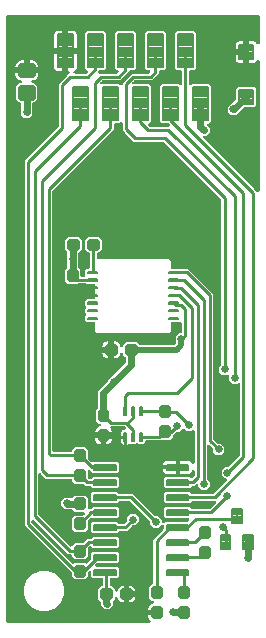
<source format=gbr>
G04 EAGLE Gerber RS-274X export*
G75*
%MOMM*%
%FSLAX34Y34*%
%LPD*%
%INTop Copper*%
%IPPOS*%
%AMOC8*
5,1,8,0,0,1.08239X$1,22.5*%
G01*
%ADD10C,0.500000*%
%ADD11C,0.650000*%
%ADD12C,0.196000*%
%ADD13C,0.195000*%
%ADD14C,0.201166*%
%ADD15C,0.198119*%
%ADD16C,0.200000*%
%ADD17C,0.198688*%
%ADD18C,0.650000*%
%ADD19C,0.609600*%
%ADD20C,0.254000*%
%ADD21C,0.508000*%

G36*
X13946Y-277220D02*
X13946Y-277220D01*
X14084Y-277207D01*
X14103Y-277200D01*
X14124Y-277197D01*
X14253Y-277146D01*
X14384Y-277099D01*
X14401Y-277088D01*
X14419Y-277080D01*
X14532Y-276999D01*
X14647Y-276921D01*
X14660Y-276905D01*
X14677Y-276894D01*
X14765Y-276786D01*
X14857Y-276682D01*
X14866Y-276664D01*
X14879Y-276649D01*
X14939Y-276523D01*
X15002Y-276399D01*
X15006Y-276379D01*
X15015Y-276361D01*
X15041Y-276224D01*
X15072Y-276089D01*
X15071Y-276068D01*
X15075Y-276049D01*
X15066Y-275910D01*
X15062Y-275771D01*
X15056Y-275751D01*
X15055Y-275731D01*
X15012Y-275599D01*
X14973Y-275465D01*
X14963Y-275448D01*
X14957Y-275429D01*
X14883Y-275311D01*
X14812Y-275191D01*
X14793Y-275170D01*
X14787Y-275160D01*
X14772Y-275146D01*
X14706Y-275071D01*
X13899Y-274264D01*
X13306Y-273237D01*
X12999Y-272093D01*
X12999Y-270999D01*
X18770Y-270999D01*
X18888Y-270984D01*
X19007Y-270977D01*
X19045Y-270964D01*
X19085Y-270959D01*
X19196Y-270916D01*
X19309Y-270879D01*
X19343Y-270857D01*
X19381Y-270842D01*
X19477Y-270773D01*
X19578Y-270709D01*
X19606Y-270679D01*
X19638Y-270656D01*
X19714Y-270564D01*
X19796Y-270477D01*
X19815Y-270442D01*
X19841Y-270411D01*
X19892Y-270303D01*
X19949Y-270199D01*
X19959Y-270159D01*
X19977Y-270123D01*
X19999Y-270006D01*
X20029Y-269891D01*
X20033Y-269831D01*
X20036Y-269811D01*
X20035Y-269790D01*
X20039Y-269730D01*
X20039Y-267270D01*
X20024Y-267152D01*
X20017Y-267033D01*
X20004Y-266995D01*
X19999Y-266954D01*
X19955Y-266844D01*
X19919Y-266731D01*
X19897Y-266696D01*
X19882Y-266659D01*
X19812Y-266562D01*
X19749Y-266462D01*
X19719Y-266434D01*
X19695Y-266401D01*
X19604Y-266325D01*
X19517Y-266244D01*
X19482Y-266224D01*
X19450Y-266199D01*
X19343Y-266148D01*
X19238Y-266090D01*
X19199Y-266080D01*
X19163Y-266063D01*
X19046Y-266041D01*
X18930Y-266011D01*
X18870Y-266007D01*
X18850Y-266003D01*
X18830Y-266005D01*
X18770Y-266001D01*
X12999Y-266001D01*
X12999Y-264907D01*
X13306Y-263763D01*
X13899Y-262736D01*
X14736Y-261899D01*
X15763Y-261306D01*
X16830Y-261020D01*
X16971Y-260962D01*
X17113Y-260906D01*
X17118Y-260902D01*
X17125Y-260900D01*
X17248Y-260809D01*
X17370Y-260720D01*
X17375Y-260714D01*
X17380Y-260710D01*
X17475Y-260593D01*
X17573Y-260475D01*
X17576Y-260468D01*
X17580Y-260463D01*
X17644Y-260324D01*
X17709Y-260187D01*
X17710Y-260180D01*
X17713Y-260174D01*
X17740Y-260023D01*
X17768Y-259874D01*
X17768Y-259868D01*
X17769Y-259861D01*
X17758Y-259709D01*
X17749Y-259557D01*
X17747Y-259551D01*
X17746Y-259544D01*
X17697Y-259398D01*
X17651Y-259255D01*
X17647Y-259249D01*
X17645Y-259242D01*
X17562Y-259114D01*
X17480Y-258986D01*
X17476Y-258981D01*
X17472Y-258976D01*
X17361Y-258873D01*
X17249Y-258768D01*
X17243Y-258765D01*
X17238Y-258760D01*
X17104Y-258688D01*
X16970Y-258614D01*
X16964Y-258613D01*
X16958Y-258610D01*
X16809Y-258573D01*
X16662Y-258535D01*
X16653Y-258534D01*
X16649Y-258533D01*
X16638Y-258533D01*
X16502Y-258525D01*
X15833Y-258525D01*
X13475Y-256167D01*
X13475Y-246833D01*
X15833Y-244475D01*
X15936Y-244475D01*
X16054Y-244460D01*
X16173Y-244453D01*
X16211Y-244440D01*
X16252Y-244435D01*
X16362Y-244392D01*
X16475Y-244355D01*
X16510Y-244333D01*
X16547Y-244318D01*
X16643Y-244249D01*
X16744Y-244185D01*
X16772Y-244155D01*
X16805Y-244132D01*
X16881Y-244040D01*
X16962Y-243953D01*
X16982Y-243918D01*
X17007Y-243887D01*
X17058Y-243779D01*
X17116Y-243675D01*
X17126Y-243635D01*
X17143Y-243599D01*
X17165Y-243482D01*
X17195Y-243367D01*
X17199Y-243307D01*
X17203Y-243287D01*
X17201Y-243266D01*
X17205Y-243206D01*
X17205Y-206842D01*
X19214Y-204834D01*
X25678Y-198370D01*
X25738Y-198292D01*
X25806Y-198220D01*
X25835Y-198167D01*
X25872Y-198119D01*
X25912Y-198028D01*
X25960Y-197941D01*
X25975Y-197883D01*
X25999Y-197827D01*
X26014Y-197729D01*
X26039Y-197633D01*
X26045Y-197533D01*
X26049Y-197513D01*
X26047Y-197501D01*
X26049Y-197473D01*
X26049Y-195267D01*
X26032Y-195130D01*
X26019Y-194991D01*
X26012Y-194972D01*
X26009Y-194952D01*
X25958Y-194823D01*
X25911Y-194692D01*
X25900Y-194675D01*
X25892Y-194656D01*
X25811Y-194544D01*
X25733Y-194429D01*
X25717Y-194415D01*
X25706Y-194399D01*
X25598Y-194310D01*
X25494Y-194218D01*
X25476Y-194209D01*
X25461Y-194196D01*
X25335Y-194137D01*
X25211Y-194074D01*
X25191Y-194069D01*
X25173Y-194061D01*
X25037Y-194034D01*
X24901Y-194004D01*
X24880Y-194005D01*
X24861Y-194001D01*
X24722Y-194009D01*
X24583Y-194014D01*
X24563Y-194019D01*
X24543Y-194021D01*
X24411Y-194063D01*
X24277Y-194102D01*
X24260Y-194112D01*
X24241Y-194119D01*
X24123Y-194193D01*
X24003Y-194264D01*
X23982Y-194282D01*
X23972Y-194289D01*
X23958Y-194304D01*
X23883Y-194370D01*
X21478Y-196775D01*
X17522Y-196775D01*
X14725Y-193978D01*
X14725Y-191703D01*
X14713Y-191605D01*
X14710Y-191506D01*
X14693Y-191448D01*
X14685Y-191388D01*
X14649Y-191296D01*
X14621Y-191201D01*
X14591Y-191148D01*
X14568Y-191092D01*
X14510Y-191012D01*
X14460Y-190927D01*
X14394Y-190851D01*
X14382Y-190835D01*
X14372Y-190827D01*
X14354Y-190806D01*
X-2336Y-174116D01*
X-2414Y-174056D01*
X-2486Y-173988D01*
X-2539Y-173959D01*
X-2587Y-173922D01*
X-2678Y-173882D01*
X-2765Y-173834D01*
X-2823Y-173819D01*
X-2879Y-173795D01*
X-2977Y-173780D01*
X-3073Y-173755D01*
X-3173Y-173749D01*
X-3193Y-173745D01*
X-3205Y-173747D01*
X-3233Y-173745D01*
X-10965Y-173745D01*
X-11063Y-173757D01*
X-11162Y-173760D01*
X-11220Y-173777D01*
X-11280Y-173785D01*
X-11373Y-173821D01*
X-11468Y-173849D01*
X-11520Y-173879D01*
X-11576Y-173902D01*
X-11656Y-173960D01*
X-11742Y-174010D01*
X-11817Y-174076D01*
X-11834Y-174088D01*
X-11841Y-174098D01*
X-11862Y-174116D01*
X-13523Y-175777D01*
X-33945Y-175777D01*
X-35419Y-174303D01*
X-35419Y-167597D01*
X-33945Y-166123D01*
X-13523Y-166123D01*
X-11862Y-167784D01*
X-11784Y-167844D01*
X-11712Y-167912D01*
X-11659Y-167941D01*
X-11611Y-167978D01*
X-11520Y-168018D01*
X-11434Y-168066D01*
X-11375Y-168081D01*
X-11319Y-168105D01*
X-11221Y-168120D01*
X-11126Y-168145D01*
X-11026Y-168151D01*
X-11005Y-168155D01*
X-10993Y-168153D01*
X-10965Y-168155D01*
X-392Y-168155D01*
X1616Y-170164D01*
X18306Y-186854D01*
X18384Y-186914D01*
X18456Y-186982D01*
X18509Y-187011D01*
X18557Y-187048D01*
X18648Y-187088D01*
X18735Y-187136D01*
X18793Y-187151D01*
X18849Y-187175D01*
X18947Y-187190D01*
X19043Y-187215D01*
X19143Y-187221D01*
X19163Y-187225D01*
X19175Y-187223D01*
X19203Y-187225D01*
X21478Y-187225D01*
X24275Y-190022D01*
X24275Y-191707D01*
X24292Y-191845D01*
X24305Y-191983D01*
X24312Y-192002D01*
X24315Y-192023D01*
X24366Y-192152D01*
X24413Y-192283D01*
X24424Y-192300D01*
X24432Y-192318D01*
X24513Y-192431D01*
X24591Y-192546D01*
X24607Y-192559D01*
X24618Y-192576D01*
X24726Y-192664D01*
X24830Y-192756D01*
X24848Y-192765D01*
X24863Y-192778D01*
X24989Y-192838D01*
X25113Y-192901D01*
X25133Y-192905D01*
X25151Y-192914D01*
X25288Y-192940D01*
X25423Y-192971D01*
X25444Y-192970D01*
X25463Y-192974D01*
X25602Y-192965D01*
X25741Y-192961D01*
X25761Y-192955D01*
X25781Y-192954D01*
X25913Y-192911D01*
X26047Y-192872D01*
X26064Y-192862D01*
X26083Y-192856D01*
X26201Y-192781D01*
X26321Y-192711D01*
X26342Y-192692D01*
X26352Y-192686D01*
X26366Y-192671D01*
X26441Y-192605D01*
X27523Y-191523D01*
X45999Y-191523D01*
X46097Y-191511D01*
X46196Y-191508D01*
X46254Y-191491D01*
X46314Y-191483D01*
X46406Y-191447D01*
X46501Y-191419D01*
X46554Y-191389D01*
X46610Y-191366D01*
X46690Y-191308D01*
X46775Y-191258D01*
X46851Y-191192D01*
X46867Y-191180D01*
X46875Y-191170D01*
X46896Y-191152D01*
X47404Y-190643D01*
X47489Y-190534D01*
X47578Y-190427D01*
X47587Y-190408D01*
X47599Y-190392D01*
X47655Y-190264D01*
X47714Y-190139D01*
X47717Y-190119D01*
X47725Y-190100D01*
X47747Y-189962D01*
X47773Y-189826D01*
X47772Y-189806D01*
X47775Y-189786D01*
X47762Y-189647D01*
X47754Y-189509D01*
X47747Y-189490D01*
X47746Y-189470D01*
X47698Y-189338D01*
X47656Y-189207D01*
X47645Y-189189D01*
X47638Y-189170D01*
X47560Y-189055D01*
X47485Y-188938D01*
X47471Y-188924D01*
X47459Y-188907D01*
X47355Y-188815D01*
X47254Y-188720D01*
X47236Y-188710D01*
X47221Y-188697D01*
X47097Y-188634D01*
X46975Y-188566D01*
X46956Y-188561D01*
X46938Y-188552D01*
X46802Y-188522D01*
X46667Y-188487D01*
X46639Y-188485D01*
X46627Y-188482D01*
X46607Y-188483D01*
X46507Y-188477D01*
X27523Y-188477D01*
X26049Y-187003D01*
X26049Y-180297D01*
X27523Y-178823D01*
X47945Y-178823D01*
X49606Y-180484D01*
X49684Y-180544D01*
X49756Y-180612D01*
X49809Y-180641D01*
X49857Y-180678D01*
X49948Y-180718D01*
X50034Y-180766D01*
X50093Y-180781D01*
X50149Y-180805D01*
X50247Y-180820D01*
X50342Y-180845D01*
X50442Y-180851D01*
X50463Y-180855D01*
X50475Y-180853D01*
X50503Y-180855D01*
X64667Y-180855D01*
X64765Y-180843D01*
X64864Y-180840D01*
X64922Y-180823D01*
X64982Y-180815D01*
X65074Y-180779D01*
X65169Y-180751D01*
X65222Y-180721D01*
X65278Y-180698D01*
X65358Y-180640D01*
X65443Y-180590D01*
X65519Y-180524D01*
X65535Y-180512D01*
X65543Y-180502D01*
X65564Y-180484D01*
X70136Y-175911D01*
X70221Y-175802D01*
X70310Y-175695D01*
X70319Y-175676D01*
X70331Y-175660D01*
X70387Y-175532D01*
X70446Y-175407D01*
X70449Y-175387D01*
X70457Y-175368D01*
X70479Y-175230D01*
X70505Y-175094D01*
X70504Y-175074D01*
X70507Y-175054D01*
X70494Y-174915D01*
X70486Y-174777D01*
X70479Y-174758D01*
X70478Y-174738D01*
X70430Y-174606D01*
X70388Y-174475D01*
X70377Y-174457D01*
X70370Y-174438D01*
X70292Y-174323D01*
X70217Y-174206D01*
X70203Y-174192D01*
X70191Y-174175D01*
X70087Y-174083D01*
X69986Y-173988D01*
X69968Y-173978D01*
X69953Y-173965D01*
X69829Y-173901D01*
X69707Y-173834D01*
X69688Y-173829D01*
X69670Y-173820D01*
X69534Y-173790D01*
X69399Y-173755D01*
X69371Y-173753D01*
X69359Y-173750D01*
X69339Y-173751D01*
X69239Y-173745D01*
X50503Y-173745D01*
X50405Y-173757D01*
X50306Y-173760D01*
X50248Y-173777D01*
X50188Y-173785D01*
X50095Y-173821D01*
X50000Y-173849D01*
X49948Y-173879D01*
X49892Y-173902D01*
X49812Y-173960D01*
X49726Y-174010D01*
X49651Y-174076D01*
X49634Y-174088D01*
X49627Y-174098D01*
X49606Y-174116D01*
X47945Y-175777D01*
X27523Y-175777D01*
X26049Y-174303D01*
X26049Y-167597D01*
X27523Y-166123D01*
X47945Y-166123D01*
X49606Y-167784D01*
X49684Y-167844D01*
X49756Y-167912D01*
X49809Y-167941D01*
X49857Y-167978D01*
X49948Y-168018D01*
X50034Y-168066D01*
X50093Y-168081D01*
X50149Y-168105D01*
X50247Y-168120D01*
X50342Y-168145D01*
X50442Y-168151D01*
X50463Y-168155D01*
X50475Y-168153D01*
X50503Y-168155D01*
X67367Y-168155D01*
X67465Y-168143D01*
X67564Y-168140D01*
X67622Y-168123D01*
X67682Y-168115D01*
X67774Y-168079D01*
X67869Y-168051D01*
X67922Y-168021D01*
X67978Y-167998D01*
X68058Y-167940D01*
X68143Y-167890D01*
X68219Y-167824D01*
X68235Y-167812D01*
X68243Y-167802D01*
X68264Y-167784D01*
X79106Y-156941D01*
X79191Y-156832D01*
X79280Y-156725D01*
X79289Y-156706D01*
X79301Y-156690D01*
X79357Y-156562D01*
X79416Y-156437D01*
X79419Y-156417D01*
X79427Y-156398D01*
X79449Y-156260D01*
X79475Y-156124D01*
X79474Y-156104D01*
X79477Y-156084D01*
X79464Y-155945D01*
X79456Y-155807D01*
X79449Y-155788D01*
X79448Y-155768D01*
X79400Y-155636D01*
X79358Y-155505D01*
X79347Y-155487D01*
X79340Y-155468D01*
X79262Y-155353D01*
X79187Y-155236D01*
X79173Y-155222D01*
X79161Y-155205D01*
X79057Y-155113D01*
X78956Y-155018D01*
X78938Y-155008D01*
X78923Y-154995D01*
X78799Y-154931D01*
X78677Y-154864D01*
X78658Y-154859D01*
X78640Y-154850D01*
X78504Y-154820D01*
X78369Y-154785D01*
X78341Y-154783D01*
X78329Y-154780D01*
X78309Y-154781D01*
X78209Y-154775D01*
X78022Y-154775D01*
X75225Y-151978D01*
X75225Y-148022D01*
X78022Y-145225D01*
X80297Y-145225D01*
X80395Y-145213D01*
X80494Y-145210D01*
X80552Y-145193D01*
X80612Y-145185D01*
X80704Y-145149D01*
X80799Y-145121D01*
X80852Y-145091D01*
X80908Y-145068D01*
X80988Y-145010D01*
X81073Y-144960D01*
X81149Y-144894D01*
X81165Y-144882D01*
X81173Y-144872D01*
X81194Y-144854D01*
X90314Y-135734D01*
X90374Y-135656D01*
X90442Y-135584D01*
X90471Y-135531D01*
X90508Y-135483D01*
X90548Y-135392D01*
X90596Y-135305D01*
X90611Y-135247D01*
X90635Y-135191D01*
X90650Y-135093D01*
X90675Y-134997D01*
X90681Y-134897D01*
X90685Y-134877D01*
X90683Y-134865D01*
X90685Y-134837D01*
X90685Y-75131D01*
X90668Y-74993D01*
X90655Y-74855D01*
X90648Y-74836D01*
X90645Y-74816D01*
X90594Y-74687D01*
X90547Y-74556D01*
X90536Y-74539D01*
X90528Y-74520D01*
X90447Y-74408D01*
X90369Y-74293D01*
X90353Y-74279D01*
X90342Y-74263D01*
X90234Y-74174D01*
X90130Y-74082D01*
X90112Y-74073D01*
X90097Y-74060D01*
X89971Y-74001D01*
X89847Y-73938D01*
X89827Y-73933D01*
X89809Y-73925D01*
X89672Y-73898D01*
X89537Y-73868D01*
X89516Y-73869D01*
X89497Y-73865D01*
X89358Y-73873D01*
X89219Y-73878D01*
X89199Y-73883D01*
X89179Y-73885D01*
X89047Y-73927D01*
X88913Y-73966D01*
X88896Y-73976D01*
X88877Y-73983D01*
X88759Y-74057D01*
X88639Y-74128D01*
X88618Y-74146D01*
X88608Y-74153D01*
X88594Y-74168D01*
X88519Y-74234D01*
X87978Y-74775D01*
X84022Y-74775D01*
X81225Y-71978D01*
X81225Y-68544D01*
X81210Y-68426D01*
X81203Y-68307D01*
X81190Y-68269D01*
X81185Y-68228D01*
X81142Y-68118D01*
X81105Y-68005D01*
X81083Y-67970D01*
X81068Y-67933D01*
X80999Y-67837D01*
X80935Y-67736D01*
X80905Y-67708D01*
X80882Y-67675D01*
X80790Y-67599D01*
X80703Y-67518D01*
X80668Y-67498D01*
X80637Y-67473D01*
X80529Y-67422D01*
X80425Y-67364D01*
X80385Y-67354D01*
X80349Y-67337D01*
X80232Y-67315D01*
X80117Y-67285D01*
X80057Y-67281D01*
X80037Y-67277D01*
X80016Y-67279D01*
X79956Y-67275D01*
X75522Y-67275D01*
X72725Y-64478D01*
X72725Y-60522D01*
X74334Y-58914D01*
X74394Y-58836D01*
X74462Y-58764D01*
X74491Y-58711D01*
X74528Y-58663D01*
X74568Y-58572D01*
X74616Y-58485D01*
X74631Y-58427D01*
X74655Y-58371D01*
X74670Y-58273D01*
X74695Y-58177D01*
X74701Y-58077D01*
X74705Y-58057D01*
X74703Y-58044D01*
X74705Y-58016D01*
X74705Y80817D01*
X74693Y80915D01*
X74690Y81014D01*
X74673Y81072D01*
X74665Y81132D01*
X74629Y81224D01*
X74601Y81319D01*
X74571Y81372D01*
X74548Y81428D01*
X74490Y81508D01*
X74440Y81593D01*
X74374Y81669D01*
X74362Y81685D01*
X74352Y81693D01*
X74334Y81714D01*
X26214Y129834D01*
X26136Y129894D01*
X26064Y129962D01*
X26011Y129991D01*
X25963Y130028D01*
X25872Y130068D01*
X25785Y130116D01*
X25727Y130131D01*
X25671Y130155D01*
X25573Y130170D01*
X25477Y130195D01*
X25377Y130201D01*
X25357Y130205D01*
X25345Y130203D01*
X25317Y130205D01*
X842Y130205D01*
X-6786Y137834D01*
X-8795Y139842D01*
X-8795Y145206D01*
X-8812Y145344D01*
X-8825Y145482D01*
X-8832Y145501D01*
X-8835Y145521D01*
X-8886Y145651D01*
X-8933Y145782D01*
X-8944Y145798D01*
X-8952Y145817D01*
X-9033Y145929D01*
X-9111Y146045D01*
X-9127Y146058D01*
X-9138Y146074D01*
X-9246Y146163D01*
X-9350Y146255D01*
X-9368Y146264D01*
X-9383Y146277D01*
X-9509Y146337D01*
X-9633Y146400D01*
X-9653Y146404D01*
X-9671Y146413D01*
X-9808Y146439D01*
X-9943Y146469D01*
X-9964Y146469D01*
X-9983Y146473D01*
X-10122Y146464D01*
X-10261Y146460D01*
X-10281Y146454D01*
X-10301Y146453D01*
X-10433Y146410D01*
X-10567Y146371D01*
X-10584Y146361D01*
X-10603Y146355D01*
X-10721Y146280D01*
X-10841Y146210D01*
X-10862Y146191D01*
X-10872Y146185D01*
X-10886Y146170D01*
X-10961Y146103D01*
X-11490Y145575D01*
X-14986Y145575D01*
X-15104Y145560D01*
X-15223Y145553D01*
X-15261Y145540D01*
X-15302Y145535D01*
X-15412Y145492D01*
X-15525Y145455D01*
X-15560Y145433D01*
X-15597Y145418D01*
X-15693Y145349D01*
X-15794Y145285D01*
X-15822Y145255D01*
X-15855Y145232D01*
X-15931Y145140D01*
X-16012Y145053D01*
X-16032Y145018D01*
X-16057Y144987D01*
X-16108Y144879D01*
X-16166Y144775D01*
X-16176Y144735D01*
X-16193Y144699D01*
X-16215Y144582D01*
X-16245Y144467D01*
X-16249Y144407D01*
X-16253Y144387D01*
X-16251Y144366D01*
X-16255Y144306D01*
X-16255Y140792D01*
X-67834Y89214D01*
X-67894Y89136D01*
X-67962Y89064D01*
X-67991Y89011D01*
X-68028Y88963D01*
X-68068Y88872D01*
X-68116Y88785D01*
X-68131Y88727D01*
X-68137Y88713D01*
X-68143Y88700D01*
X-68143Y88698D01*
X-68155Y88671D01*
X-68170Y88573D01*
X-68195Y88477D01*
X-68200Y88402D01*
X-68203Y88387D01*
X-68202Y88374D01*
X-68205Y88357D01*
X-68203Y88345D01*
X-68205Y88317D01*
X-68205Y-131436D01*
X-68190Y-131554D01*
X-68183Y-131673D01*
X-68170Y-131711D01*
X-68165Y-131752D01*
X-68122Y-131862D01*
X-68085Y-131975D01*
X-68063Y-132010D01*
X-68048Y-132047D01*
X-67979Y-132143D01*
X-67915Y-132244D01*
X-67885Y-132272D01*
X-67862Y-132305D01*
X-67770Y-132381D01*
X-67683Y-132462D01*
X-67648Y-132482D01*
X-67617Y-132507D01*
X-67509Y-132558D01*
X-67405Y-132616D01*
X-67365Y-132626D01*
X-67329Y-132643D01*
X-67212Y-132665D01*
X-67097Y-132695D01*
X-67037Y-132699D01*
X-67017Y-132703D01*
X-66996Y-132701D01*
X-66936Y-132705D01*
X-52794Y-132705D01*
X-52676Y-132690D01*
X-52557Y-132683D01*
X-52519Y-132670D01*
X-52478Y-132665D01*
X-52368Y-132622D01*
X-52255Y-132585D01*
X-52220Y-132563D01*
X-52183Y-132548D01*
X-52087Y-132479D01*
X-51986Y-132415D01*
X-51958Y-132385D01*
X-51925Y-132362D01*
X-51849Y-132270D01*
X-51768Y-132183D01*
X-51748Y-132148D01*
X-51723Y-132117D01*
X-51672Y-132009D01*
X-51614Y-131905D01*
X-51604Y-131865D01*
X-51587Y-131829D01*
X-51565Y-131712D01*
X-51535Y-131597D01*
X-51531Y-131537D01*
X-51527Y-131517D01*
X-51529Y-131496D01*
X-51525Y-131436D01*
X-51525Y-130833D01*
X-49167Y-128475D01*
X-40833Y-128475D01*
X-38475Y-130833D01*
X-38475Y-137547D01*
X-38463Y-137645D01*
X-38460Y-137744D01*
X-38443Y-137802D01*
X-38435Y-137862D01*
X-38399Y-137954D01*
X-38371Y-138049D01*
X-38341Y-138102D01*
X-38318Y-138158D01*
X-38260Y-138238D01*
X-38210Y-138323D01*
X-38144Y-138399D01*
X-38132Y-138415D01*
X-38122Y-138423D01*
X-38104Y-138444D01*
X-35782Y-140765D01*
X-35688Y-140838D01*
X-35599Y-140917D01*
X-35563Y-140935D01*
X-35531Y-140960D01*
X-35422Y-141008D01*
X-35316Y-141062D01*
X-35276Y-141071D01*
X-35239Y-141087D01*
X-35121Y-141105D01*
X-35005Y-141131D01*
X-34965Y-141130D01*
X-34925Y-141136D01*
X-34806Y-141125D01*
X-34688Y-141122D01*
X-34649Y-141110D01*
X-34608Y-141107D01*
X-34496Y-141066D01*
X-34382Y-141033D01*
X-34347Y-141013D01*
X-34309Y-140999D01*
X-34211Y-140932D01*
X-34108Y-140872D01*
X-34063Y-140832D01*
X-34046Y-140820D01*
X-34033Y-140805D01*
X-33987Y-140765D01*
X-33945Y-140723D01*
X-13523Y-140723D01*
X-12049Y-142197D01*
X-12049Y-148903D01*
X-13523Y-150377D01*
X-33945Y-150377D01*
X-35606Y-148716D01*
X-35684Y-148656D01*
X-35756Y-148588D01*
X-35809Y-148559D01*
X-35857Y-148522D01*
X-35948Y-148482D01*
X-35998Y-148455D01*
X-36308Y-148144D01*
X-36388Y-148082D01*
X-36457Y-148017D01*
X-36491Y-147998D01*
X-36525Y-147970D01*
X-36544Y-147961D01*
X-36560Y-147949D01*
X-36657Y-147907D01*
X-36736Y-147863D01*
X-36771Y-147854D01*
X-36813Y-147834D01*
X-36833Y-147831D01*
X-36852Y-147823D01*
X-36963Y-147805D01*
X-37044Y-147784D01*
X-37093Y-147781D01*
X-37126Y-147775D01*
X-37146Y-147776D01*
X-37166Y-147773D01*
X-37188Y-147775D01*
X-37204Y-147774D01*
X-37206Y-147774D01*
X-37290Y-147784D01*
X-37305Y-147786D01*
X-37443Y-147794D01*
X-37462Y-147801D01*
X-37482Y-147802D01*
X-37509Y-147812D01*
X-37522Y-147814D01*
X-37604Y-147846D01*
X-37613Y-147850D01*
X-37745Y-147892D01*
X-37763Y-147903D01*
X-37782Y-147910D01*
X-37804Y-147926D01*
X-37817Y-147931D01*
X-37894Y-147986D01*
X-37896Y-147988D01*
X-38014Y-148063D01*
X-38028Y-148077D01*
X-38045Y-148089D01*
X-38062Y-148109D01*
X-38075Y-148117D01*
X-38139Y-148195D01*
X-38232Y-148294D01*
X-38242Y-148312D01*
X-38255Y-148327D01*
X-38267Y-148350D01*
X-38277Y-148362D01*
X-38323Y-148458D01*
X-38386Y-148573D01*
X-38391Y-148592D01*
X-38400Y-148610D01*
X-38405Y-148633D01*
X-38413Y-148650D01*
X-38434Y-148760D01*
X-38465Y-148881D01*
X-38467Y-148909D01*
X-38470Y-148921D01*
X-38469Y-148941D01*
X-38469Y-148943D01*
X-38473Y-148963D01*
X-38471Y-148982D01*
X-38475Y-149041D01*
X-38475Y-154186D01*
X-38460Y-154304D01*
X-38453Y-154423D01*
X-38440Y-154461D01*
X-38435Y-154502D01*
X-38392Y-154612D01*
X-38355Y-154725D01*
X-38333Y-154760D01*
X-38318Y-154797D01*
X-38249Y-154893D01*
X-38185Y-154994D01*
X-38155Y-155022D01*
X-38132Y-155055D01*
X-38040Y-155131D01*
X-37953Y-155212D01*
X-37918Y-155232D01*
X-37887Y-155257D01*
X-37779Y-155308D01*
X-37675Y-155366D01*
X-37635Y-155376D01*
X-37599Y-155393D01*
X-37482Y-155415D01*
X-37367Y-155445D01*
X-37307Y-155449D01*
X-37287Y-155453D01*
X-37266Y-155451D01*
X-37206Y-155455D01*
X-36503Y-155455D01*
X-36405Y-155443D01*
X-36306Y-155440D01*
X-36248Y-155423D01*
X-36188Y-155415D01*
X-36095Y-155379D01*
X-36000Y-155351D01*
X-35948Y-155321D01*
X-35892Y-155298D01*
X-35812Y-155240D01*
X-35726Y-155190D01*
X-35651Y-155124D01*
X-35634Y-155112D01*
X-35627Y-155102D01*
X-35606Y-155084D01*
X-33945Y-153423D01*
X-13523Y-153423D01*
X-12049Y-154897D01*
X-12049Y-161603D01*
X-13523Y-163077D01*
X-33945Y-163077D01*
X-35606Y-161416D01*
X-35684Y-161356D01*
X-35756Y-161288D01*
X-35809Y-161259D01*
X-35857Y-161222D01*
X-35948Y-161182D01*
X-36034Y-161134D01*
X-36093Y-161119D01*
X-36149Y-161095D01*
X-36247Y-161080D01*
X-36342Y-161055D01*
X-36442Y-161049D01*
X-36463Y-161045D01*
X-36475Y-161047D01*
X-36503Y-161045D01*
X-40408Y-161045D01*
X-41556Y-159896D01*
X-41634Y-159836D01*
X-41706Y-159768D01*
X-41759Y-159739D01*
X-41807Y-159702D01*
X-41898Y-159662D01*
X-41985Y-159614D01*
X-42043Y-159599D01*
X-42099Y-159575D01*
X-42197Y-159560D01*
X-42293Y-159535D01*
X-42393Y-159529D01*
X-42413Y-159525D01*
X-42425Y-159527D01*
X-42453Y-159525D01*
X-49167Y-159525D01*
X-51525Y-157167D01*
X-51525Y-156564D01*
X-51540Y-156446D01*
X-51547Y-156327D01*
X-51560Y-156289D01*
X-51565Y-156248D01*
X-51608Y-156138D01*
X-51645Y-156025D01*
X-51667Y-155990D01*
X-51682Y-155953D01*
X-51751Y-155857D01*
X-51815Y-155756D01*
X-51845Y-155728D01*
X-51868Y-155695D01*
X-51960Y-155619D01*
X-52047Y-155538D01*
X-52082Y-155518D01*
X-52113Y-155493D01*
X-52221Y-155442D01*
X-52325Y-155384D01*
X-52365Y-155374D01*
X-52401Y-155357D01*
X-52518Y-155335D01*
X-52633Y-155305D01*
X-52693Y-155301D01*
X-52713Y-155297D01*
X-52734Y-155299D01*
X-52794Y-155295D01*
X-73658Y-155295D01*
X-78039Y-150914D01*
X-78148Y-150829D01*
X-78255Y-150740D01*
X-78274Y-150731D01*
X-78290Y-150719D01*
X-78418Y-150663D01*
X-78543Y-150604D01*
X-78563Y-150601D01*
X-78582Y-150593D01*
X-78720Y-150571D01*
X-78856Y-150545D01*
X-78876Y-150546D01*
X-78896Y-150543D01*
X-79035Y-150556D01*
X-79173Y-150564D01*
X-79192Y-150571D01*
X-79212Y-150572D01*
X-79344Y-150620D01*
X-79475Y-150662D01*
X-79493Y-150673D01*
X-79512Y-150680D01*
X-79627Y-150758D01*
X-79744Y-150833D01*
X-79758Y-150847D01*
X-79775Y-150859D01*
X-79867Y-150963D01*
X-79962Y-151064D01*
X-79972Y-151082D01*
X-79985Y-151097D01*
X-80049Y-151221D01*
X-80116Y-151343D01*
X-80121Y-151362D01*
X-80130Y-151380D01*
X-80160Y-151516D01*
X-80195Y-151651D01*
X-80197Y-151679D01*
X-80200Y-151691D01*
X-80199Y-151711D01*
X-80205Y-151811D01*
X-80205Y-185317D01*
X-80193Y-185415D01*
X-80190Y-185514D01*
X-80173Y-185572D01*
X-80165Y-185632D01*
X-80129Y-185724D01*
X-80101Y-185819D01*
X-80071Y-185872D01*
X-80048Y-185928D01*
X-79990Y-186008D01*
X-79940Y-186093D01*
X-79874Y-186169D01*
X-79862Y-186185D01*
X-79852Y-186193D01*
X-79834Y-186214D01*
X-53691Y-212356D01*
X-53582Y-212441D01*
X-53475Y-212530D01*
X-53456Y-212539D01*
X-53440Y-212551D01*
X-53312Y-212607D01*
X-53187Y-212666D01*
X-53167Y-212669D01*
X-53148Y-212677D01*
X-53010Y-212699D01*
X-52874Y-212725D01*
X-52854Y-212724D01*
X-52834Y-212727D01*
X-52695Y-212714D01*
X-52557Y-212706D01*
X-52538Y-212699D01*
X-52518Y-212698D01*
X-52386Y-212650D01*
X-52255Y-212608D01*
X-52237Y-212597D01*
X-52218Y-212590D01*
X-52103Y-212512D01*
X-51986Y-212437D01*
X-51972Y-212423D01*
X-51955Y-212411D01*
X-51863Y-212307D01*
X-51768Y-212206D01*
X-51758Y-212188D01*
X-51745Y-212173D01*
X-51681Y-212049D01*
X-51614Y-211927D01*
X-51613Y-211921D01*
X-49167Y-209475D01*
X-42453Y-209475D01*
X-42355Y-209463D01*
X-42256Y-209460D01*
X-42198Y-209443D01*
X-42138Y-209435D01*
X-42046Y-209399D01*
X-41951Y-209371D01*
X-41898Y-209341D01*
X-41842Y-209318D01*
X-41762Y-209260D01*
X-41677Y-209210D01*
X-41601Y-209144D01*
X-41585Y-209132D01*
X-41577Y-209122D01*
X-41556Y-209104D01*
X-38708Y-206255D01*
X-36503Y-206255D01*
X-36405Y-206243D01*
X-36306Y-206240D01*
X-36248Y-206223D01*
X-36188Y-206215D01*
X-36095Y-206179D01*
X-36000Y-206151D01*
X-35948Y-206121D01*
X-35892Y-206098D01*
X-35812Y-206040D01*
X-35726Y-205990D01*
X-35651Y-205924D01*
X-35634Y-205912D01*
X-35627Y-205902D01*
X-35606Y-205884D01*
X-33945Y-204223D01*
X-13523Y-204223D01*
X-12049Y-205697D01*
X-12049Y-212403D01*
X-13523Y-213877D01*
X-33945Y-213877D01*
X-35287Y-212535D01*
X-35382Y-212462D01*
X-35471Y-212383D01*
X-35507Y-212365D01*
X-35539Y-212340D01*
X-35648Y-212292D01*
X-35754Y-212238D01*
X-35793Y-212229D01*
X-35830Y-212213D01*
X-35948Y-212195D01*
X-36064Y-212169D01*
X-36105Y-212170D01*
X-36145Y-212164D01*
X-36263Y-212175D01*
X-36382Y-212178D01*
X-36421Y-212190D01*
X-36461Y-212193D01*
X-36573Y-212234D01*
X-36688Y-212267D01*
X-36722Y-212287D01*
X-36760Y-212301D01*
X-36859Y-212368D01*
X-36961Y-212428D01*
X-37007Y-212468D01*
X-37024Y-212480D01*
X-37037Y-212495D01*
X-37082Y-212535D01*
X-38104Y-213556D01*
X-38164Y-213634D01*
X-38232Y-213706D01*
X-38261Y-213759D01*
X-38298Y-213807D01*
X-38338Y-213898D01*
X-38386Y-213985D01*
X-38401Y-214043D01*
X-38425Y-214099D01*
X-38440Y-214197D01*
X-38465Y-214293D01*
X-38471Y-214393D01*
X-38475Y-214413D01*
X-38473Y-214425D01*
X-38475Y-214453D01*
X-38475Y-221167D01*
X-40833Y-223525D01*
X-49167Y-223525D01*
X-51525Y-221167D01*
X-51525Y-220564D01*
X-51540Y-220446D01*
X-51547Y-220327D01*
X-51560Y-220289D01*
X-51565Y-220248D01*
X-51608Y-220138D01*
X-51645Y-220025D01*
X-51667Y-219990D01*
X-51682Y-219953D01*
X-51751Y-219857D01*
X-51815Y-219756D01*
X-51845Y-219728D01*
X-51868Y-219695D01*
X-51960Y-219619D01*
X-52047Y-219538D01*
X-52082Y-219518D01*
X-52113Y-219493D01*
X-52221Y-219442D01*
X-52325Y-219384D01*
X-52365Y-219374D01*
X-52401Y-219357D01*
X-52518Y-219335D01*
X-52633Y-219305D01*
X-52693Y-219301D01*
X-52713Y-219297D01*
X-52734Y-219299D01*
X-52794Y-219295D01*
X-54658Y-219295D01*
X-83786Y-190166D01*
X-83828Y-190124D01*
X-83938Y-190039D01*
X-84045Y-189950D01*
X-84064Y-189941D01*
X-84079Y-189929D01*
X-84208Y-189874D01*
X-84333Y-189814D01*
X-84353Y-189811D01*
X-84371Y-189803D01*
X-84509Y-189781D01*
X-84646Y-189755D01*
X-84665Y-189756D01*
X-84685Y-189753D01*
X-84824Y-189766D01*
X-84963Y-189774D01*
X-84982Y-189781D01*
X-85002Y-189782D01*
X-85133Y-189830D01*
X-85265Y-189872D01*
X-85282Y-189883D01*
X-85301Y-189890D01*
X-85416Y-189968D01*
X-85534Y-190043D01*
X-85548Y-190057D01*
X-85564Y-190068D01*
X-85656Y-190172D01*
X-85752Y-190274D01*
X-85762Y-190292D01*
X-85775Y-190307D01*
X-85838Y-190431D01*
X-85906Y-190553D01*
X-85911Y-190572D01*
X-85920Y-190590D01*
X-85950Y-190726D01*
X-85985Y-190861D01*
X-85987Y-190888D01*
X-85989Y-190900D01*
X-85989Y-190921D01*
X-85995Y-191021D01*
X-85995Y-191927D01*
X-85983Y-192025D01*
X-85980Y-192124D01*
X-85963Y-192182D01*
X-85955Y-192242D01*
X-85919Y-192334D01*
X-85891Y-192429D01*
X-85861Y-192482D01*
X-85838Y-192538D01*
X-85780Y-192618D01*
X-85730Y-192703D01*
X-85664Y-192779D01*
X-85652Y-192795D01*
X-85642Y-192803D01*
X-85624Y-192824D01*
X-51467Y-226980D01*
X-51373Y-227053D01*
X-51284Y-227132D01*
X-51248Y-227151D01*
X-51216Y-227175D01*
X-51107Y-227223D01*
X-51001Y-227277D01*
X-50961Y-227286D01*
X-50924Y-227302D01*
X-50806Y-227320D01*
X-50690Y-227346D01*
X-50650Y-227345D01*
X-50610Y-227352D01*
X-50491Y-227340D01*
X-50373Y-227337D01*
X-50334Y-227326D01*
X-50293Y-227322D01*
X-50181Y-227281D01*
X-50067Y-227248D01*
X-50032Y-227228D01*
X-49994Y-227214D01*
X-49896Y-227147D01*
X-49793Y-227087D01*
X-49748Y-227047D01*
X-49731Y-227036D01*
X-49718Y-227020D01*
X-49672Y-226980D01*
X-49167Y-226475D01*
X-40833Y-226475D01*
X-40528Y-226780D01*
X-40434Y-226853D01*
X-40344Y-226932D01*
X-40308Y-226951D01*
X-40276Y-226975D01*
X-40167Y-227023D01*
X-40061Y-227077D01*
X-40022Y-227086D01*
X-39985Y-227102D01*
X-39867Y-227120D01*
X-39751Y-227146D01*
X-39711Y-227145D01*
X-39671Y-227152D01*
X-39552Y-227140D01*
X-39433Y-227137D01*
X-39394Y-227126D01*
X-39354Y-227122D01*
X-39242Y-227081D01*
X-39128Y-227048D01*
X-39093Y-227028D01*
X-39055Y-227014D01*
X-38956Y-226947D01*
X-38854Y-226887D01*
X-38808Y-226847D01*
X-38791Y-226836D01*
X-38778Y-226820D01*
X-38733Y-226780D01*
X-35790Y-223838D01*
X-35730Y-223760D01*
X-35662Y-223688D01*
X-35633Y-223635D01*
X-35596Y-223587D01*
X-35556Y-223496D01*
X-35508Y-223409D01*
X-35493Y-223351D01*
X-35469Y-223295D01*
X-35454Y-223197D01*
X-35429Y-223101D01*
X-35423Y-223001D01*
X-35419Y-222981D01*
X-35421Y-222969D01*
X-35419Y-222941D01*
X-35419Y-218397D01*
X-33945Y-216923D01*
X-13523Y-216923D01*
X-12049Y-218397D01*
X-12049Y-225103D01*
X-13523Y-226577D01*
X-30099Y-226577D01*
X-30197Y-226589D01*
X-30296Y-226592D01*
X-30354Y-226609D01*
X-30414Y-226617D01*
X-30506Y-226653D01*
X-30601Y-226681D01*
X-30654Y-226711D01*
X-30710Y-226734D01*
X-30790Y-226792D01*
X-30875Y-226842D01*
X-30951Y-226908D01*
X-30967Y-226920D01*
X-30975Y-226930D01*
X-30996Y-226948D01*
X-31504Y-227457D01*
X-31589Y-227566D01*
X-31678Y-227673D01*
X-31687Y-227692D01*
X-31699Y-227708D01*
X-31755Y-227836D01*
X-31814Y-227961D01*
X-31817Y-227981D01*
X-31825Y-228000D01*
X-31847Y-228138D01*
X-31873Y-228274D01*
X-31872Y-228294D01*
X-31875Y-228314D01*
X-31862Y-228453D01*
X-31854Y-228591D01*
X-31847Y-228610D01*
X-31846Y-228630D01*
X-31798Y-228762D01*
X-31756Y-228893D01*
X-31745Y-228911D01*
X-31738Y-228930D01*
X-31660Y-229045D01*
X-31585Y-229162D01*
X-31571Y-229176D01*
X-31559Y-229193D01*
X-31455Y-229285D01*
X-31354Y-229380D01*
X-31336Y-229390D01*
X-31321Y-229403D01*
X-31197Y-229467D01*
X-31075Y-229534D01*
X-31056Y-229539D01*
X-31038Y-229548D01*
X-30902Y-229578D01*
X-30767Y-229613D01*
X-30739Y-229615D01*
X-30727Y-229618D01*
X-30707Y-229617D01*
X-30607Y-229623D01*
X-13523Y-229623D01*
X-12049Y-231097D01*
X-12049Y-237803D01*
X-13523Y-239277D01*
X-18436Y-239277D01*
X-18554Y-239292D01*
X-18673Y-239299D01*
X-18711Y-239312D01*
X-18752Y-239317D01*
X-18862Y-239360D01*
X-18975Y-239397D01*
X-19010Y-239419D01*
X-19047Y-239434D01*
X-19143Y-239503D01*
X-19244Y-239567D01*
X-19272Y-239597D01*
X-19305Y-239620D01*
X-19381Y-239712D01*
X-19462Y-239799D01*
X-19482Y-239834D01*
X-19507Y-239865D01*
X-19558Y-239973D01*
X-19616Y-240077D01*
X-19626Y-240117D01*
X-19643Y-240153D01*
X-19665Y-240270D01*
X-19695Y-240385D01*
X-19699Y-240445D01*
X-19703Y-240465D01*
X-19701Y-240486D01*
X-19705Y-240546D01*
X-19705Y-245206D01*
X-19690Y-245324D01*
X-19683Y-245443D01*
X-19670Y-245481D01*
X-19665Y-245522D01*
X-19622Y-245632D01*
X-19585Y-245745D01*
X-19563Y-245780D01*
X-19548Y-245817D01*
X-19479Y-245913D01*
X-19415Y-246014D01*
X-19385Y-246042D01*
X-19362Y-246075D01*
X-19270Y-246151D01*
X-19183Y-246232D01*
X-19148Y-246252D01*
X-19117Y-246277D01*
X-19009Y-246328D01*
X-18905Y-246386D01*
X-18865Y-246396D01*
X-18829Y-246413D01*
X-18712Y-246435D01*
X-18597Y-246465D01*
X-18537Y-246469D01*
X-18517Y-246473D01*
X-18496Y-246471D01*
X-18436Y-246475D01*
X-17833Y-246475D01*
X-15475Y-248833D01*
X-15475Y-249502D01*
X-15456Y-249652D01*
X-15439Y-249804D01*
X-15436Y-249811D01*
X-15435Y-249817D01*
X-15380Y-249958D01*
X-15325Y-250101D01*
X-15321Y-250107D01*
X-15318Y-250113D01*
X-15229Y-250235D01*
X-15141Y-250360D01*
X-15135Y-250365D01*
X-15132Y-250370D01*
X-15015Y-250467D01*
X-14898Y-250566D01*
X-14892Y-250569D01*
X-14887Y-250573D01*
X-14750Y-250637D01*
X-14612Y-250704D01*
X-14605Y-250706D01*
X-14599Y-250709D01*
X-14451Y-250737D01*
X-14300Y-250767D01*
X-14293Y-250767D01*
X-14287Y-250768D01*
X-14135Y-250759D01*
X-13982Y-250751D01*
X-13976Y-250749D01*
X-13969Y-250749D01*
X-13824Y-250702D01*
X-13679Y-250656D01*
X-13673Y-250653D01*
X-13667Y-250651D01*
X-13537Y-250568D01*
X-13408Y-250489D01*
X-13404Y-250484D01*
X-13398Y-250480D01*
X-13293Y-250369D01*
X-13188Y-250260D01*
X-13185Y-250254D01*
X-13180Y-250249D01*
X-13107Y-250116D01*
X-13031Y-249983D01*
X-13029Y-249974D01*
X-13026Y-249970D01*
X-13024Y-249960D01*
X-12980Y-249830D01*
X-12694Y-248763D01*
X-12101Y-247736D01*
X-11264Y-246899D01*
X-10237Y-246306D01*
X-9093Y-245999D01*
X-7999Y-245999D01*
X-7999Y-251770D01*
X-7984Y-251888D01*
X-7977Y-252007D01*
X-7964Y-252045D01*
X-7959Y-252085D01*
X-7916Y-252196D01*
X-7879Y-252309D01*
X-7857Y-252343D01*
X-7842Y-252381D01*
X-7773Y-252477D01*
X-7709Y-252578D01*
X-7679Y-252606D01*
X-7656Y-252638D01*
X-7564Y-252714D01*
X-7477Y-252796D01*
X-7442Y-252815D01*
X-7411Y-252841D01*
X-7303Y-252892D01*
X-7199Y-252949D01*
X-7159Y-252959D01*
X-7123Y-252977D01*
X-7016Y-252997D01*
X-7046Y-253001D01*
X-7156Y-253045D01*
X-7269Y-253081D01*
X-7304Y-253103D01*
X-7341Y-253118D01*
X-7437Y-253188D01*
X-7538Y-253251D01*
X-7566Y-253281D01*
X-7599Y-253305D01*
X-7675Y-253396D01*
X-7756Y-253483D01*
X-7776Y-253518D01*
X-7801Y-253550D01*
X-7852Y-253657D01*
X-7910Y-253762D01*
X-7920Y-253801D01*
X-7937Y-253837D01*
X-7959Y-253954D01*
X-7989Y-254070D01*
X-7993Y-254130D01*
X-7997Y-254150D01*
X-7995Y-254170D01*
X-7999Y-254230D01*
X-7999Y-260001D01*
X-9093Y-260001D01*
X-10237Y-259694D01*
X-11264Y-259101D01*
X-12101Y-258264D01*
X-12694Y-257237D01*
X-12980Y-256170D01*
X-13038Y-256028D01*
X-13094Y-255887D01*
X-13098Y-255882D01*
X-13100Y-255875D01*
X-13191Y-255753D01*
X-13280Y-255630D01*
X-13286Y-255625D01*
X-13290Y-255620D01*
X-13407Y-255525D01*
X-13525Y-255427D01*
X-13532Y-255424D01*
X-13537Y-255420D01*
X-13676Y-255356D01*
X-13813Y-255291D01*
X-13820Y-255290D01*
X-13826Y-255287D01*
X-13977Y-255260D01*
X-14126Y-255232D01*
X-14132Y-255232D01*
X-14139Y-255231D01*
X-14291Y-255242D01*
X-14443Y-255251D01*
X-14449Y-255253D01*
X-14456Y-255254D01*
X-14602Y-255303D01*
X-14745Y-255349D01*
X-14751Y-255353D01*
X-14758Y-255355D01*
X-14886Y-255438D01*
X-15014Y-255520D01*
X-15019Y-255524D01*
X-15024Y-255528D01*
X-15127Y-255639D01*
X-15232Y-255751D01*
X-15235Y-255757D01*
X-15240Y-255762D01*
X-15312Y-255896D01*
X-15386Y-256030D01*
X-15387Y-256036D01*
X-15390Y-256042D01*
X-15427Y-256191D01*
X-15465Y-256338D01*
X-15466Y-256347D01*
X-15467Y-256351D01*
X-15467Y-256362D01*
X-15475Y-256498D01*
X-15475Y-257167D01*
X-16854Y-258545D01*
X-16914Y-258624D01*
X-16982Y-258696D01*
X-17011Y-258749D01*
X-17048Y-258797D01*
X-17088Y-258888D01*
X-17136Y-258974D01*
X-17151Y-259033D01*
X-17175Y-259088D01*
X-17190Y-259186D01*
X-17215Y-259282D01*
X-17221Y-259380D01*
X-17223Y-259387D01*
X-17223Y-259389D01*
X-17225Y-259403D01*
X-17223Y-259415D01*
X-17225Y-259443D01*
X-17225Y-262978D01*
X-20022Y-265775D01*
X-23978Y-265775D01*
X-26809Y-262943D01*
X-26815Y-262902D01*
X-26851Y-262810D01*
X-26879Y-262715D01*
X-26909Y-262663D01*
X-26932Y-262607D01*
X-26990Y-262527D01*
X-27040Y-262441D01*
X-27073Y-262404D01*
X-27073Y-260145D01*
X-27085Y-260047D01*
X-27088Y-259948D01*
X-27105Y-259889D01*
X-27113Y-259829D01*
X-27149Y-259737D01*
X-27177Y-259642D01*
X-27207Y-259590D01*
X-27230Y-259534D01*
X-27288Y-259454D01*
X-27338Y-259368D01*
X-27404Y-259293D01*
X-27416Y-259276D01*
X-27426Y-259269D01*
X-27444Y-259247D01*
X-29525Y-257167D01*
X-29525Y-248833D01*
X-27167Y-246475D01*
X-26564Y-246475D01*
X-26446Y-246460D01*
X-26327Y-246453D01*
X-26289Y-246440D01*
X-26248Y-246435D01*
X-26138Y-246392D01*
X-26025Y-246355D01*
X-25990Y-246333D01*
X-25953Y-246318D01*
X-25857Y-246249D01*
X-25756Y-246185D01*
X-25728Y-246155D01*
X-25695Y-246132D01*
X-25619Y-246040D01*
X-25538Y-245953D01*
X-25518Y-245918D01*
X-25493Y-245887D01*
X-25442Y-245779D01*
X-25384Y-245675D01*
X-25374Y-245635D01*
X-25357Y-245599D01*
X-25335Y-245482D01*
X-25305Y-245367D01*
X-25301Y-245307D01*
X-25297Y-245287D01*
X-25299Y-245266D01*
X-25295Y-245206D01*
X-25295Y-240546D01*
X-25310Y-240428D01*
X-25317Y-240309D01*
X-25330Y-240271D01*
X-25335Y-240230D01*
X-25378Y-240120D01*
X-25415Y-240007D01*
X-25437Y-239972D01*
X-25452Y-239935D01*
X-25521Y-239839D01*
X-25585Y-239738D01*
X-25615Y-239710D01*
X-25638Y-239677D01*
X-25730Y-239601D01*
X-25817Y-239520D01*
X-25852Y-239500D01*
X-25883Y-239475D01*
X-25991Y-239424D01*
X-26095Y-239366D01*
X-26135Y-239356D01*
X-26171Y-239339D01*
X-26288Y-239317D01*
X-26403Y-239287D01*
X-26463Y-239283D01*
X-26483Y-239279D01*
X-26504Y-239281D01*
X-26564Y-239277D01*
X-33945Y-239277D01*
X-35419Y-237803D01*
X-35419Y-234435D01*
X-35436Y-234298D01*
X-35449Y-234159D01*
X-35456Y-234140D01*
X-35459Y-234120D01*
X-35510Y-233991D01*
X-35557Y-233860D01*
X-35568Y-233843D01*
X-35576Y-233824D01*
X-35657Y-233712D01*
X-35735Y-233597D01*
X-35751Y-233583D01*
X-35762Y-233567D01*
X-35870Y-233478D01*
X-35974Y-233386D01*
X-35992Y-233377D01*
X-36007Y-233364D01*
X-36133Y-233305D01*
X-36257Y-233241D01*
X-36277Y-233237D01*
X-36295Y-233228D01*
X-36431Y-233202D01*
X-36567Y-233172D01*
X-36588Y-233172D01*
X-36607Y-233169D01*
X-36746Y-233177D01*
X-36885Y-233181D01*
X-36905Y-233187D01*
X-36925Y-233188D01*
X-37057Y-233231D01*
X-37191Y-233270D01*
X-37208Y-233280D01*
X-37227Y-233286D01*
X-37345Y-233361D01*
X-37465Y-233431D01*
X-37486Y-233450D01*
X-37496Y-233457D01*
X-37510Y-233471D01*
X-37585Y-233538D01*
X-38104Y-234056D01*
X-38164Y-234134D01*
X-38232Y-234206D01*
X-38261Y-234259D01*
X-38298Y-234307D01*
X-38338Y-234398D01*
X-38386Y-234485D01*
X-38401Y-234543D01*
X-38425Y-234599D01*
X-38440Y-234697D01*
X-38465Y-234793D01*
X-38471Y-234893D01*
X-38475Y-234913D01*
X-38473Y-234925D01*
X-38475Y-234953D01*
X-38475Y-238167D01*
X-40833Y-240525D01*
X-49167Y-240525D01*
X-51525Y-238167D01*
X-51525Y-235353D01*
X-51537Y-235255D01*
X-51540Y-235156D01*
X-51547Y-235131D01*
X-51548Y-235115D01*
X-51559Y-235082D01*
X-51565Y-235038D01*
X-51601Y-234946D01*
X-51629Y-234851D01*
X-51641Y-234830D01*
X-51646Y-234813D01*
X-51666Y-234782D01*
X-51682Y-234742D01*
X-51740Y-234662D01*
X-51790Y-234577D01*
X-51810Y-234554D01*
X-51817Y-234544D01*
X-51831Y-234531D01*
X-51856Y-234501D01*
X-51868Y-234485D01*
X-51878Y-234477D01*
X-51896Y-234456D01*
X-89576Y-196776D01*
X-91585Y-194768D01*
X-91585Y114368D01*
X-63166Y142786D01*
X-63106Y142864D01*
X-63038Y142936D01*
X-63009Y142989D01*
X-62972Y143037D01*
X-62932Y143128D01*
X-62884Y143215D01*
X-62869Y143273D01*
X-62845Y143329D01*
X-62830Y143427D01*
X-62805Y143523D01*
X-62799Y143623D01*
X-62795Y143643D01*
X-62797Y143655D01*
X-62795Y143683D01*
X-62795Y179158D01*
X-56166Y185786D01*
X-54020Y187933D01*
X-53935Y188042D01*
X-53846Y188149D01*
X-53837Y188168D01*
X-53825Y188184D01*
X-53769Y188312D01*
X-53710Y188437D01*
X-53707Y188457D01*
X-53699Y188476D01*
X-53677Y188614D01*
X-53651Y188750D01*
X-53652Y188770D01*
X-53649Y188790D01*
X-53662Y188929D01*
X-53670Y189067D01*
X-53677Y189086D01*
X-53678Y189106D01*
X-53726Y189238D01*
X-53768Y189369D01*
X-53779Y189387D01*
X-53786Y189406D01*
X-53864Y189521D01*
X-53939Y189638D01*
X-53953Y189652D01*
X-53965Y189669D01*
X-54069Y189761D01*
X-54170Y189856D01*
X-54188Y189866D01*
X-54203Y189879D01*
X-54327Y189943D01*
X-54449Y190010D01*
X-54468Y190015D01*
X-54486Y190024D01*
X-54611Y190052D01*
X-54611Y204561D01*
X-47649Y204561D01*
X-47649Y192683D01*
X-47852Y191926D01*
X-48244Y191248D01*
X-48798Y190694D01*
X-49476Y190302D01*
X-49521Y190290D01*
X-49663Y190232D01*
X-49804Y190176D01*
X-49810Y190172D01*
X-49816Y190170D01*
X-49938Y190079D01*
X-50062Y189990D01*
X-50066Y189984D01*
X-50071Y189980D01*
X-50167Y189862D01*
X-50264Y189745D01*
X-50267Y189739D01*
X-50271Y189733D01*
X-50336Y189593D01*
X-50400Y189457D01*
X-50401Y189450D01*
X-50404Y189444D01*
X-50431Y189293D01*
X-50460Y189144D01*
X-50459Y189138D01*
X-50460Y189131D01*
X-50449Y188979D01*
X-50440Y188827D01*
X-50438Y188821D01*
X-50437Y188814D01*
X-50388Y188668D01*
X-50342Y188525D01*
X-50338Y188519D01*
X-50336Y188513D01*
X-50253Y188383D01*
X-50172Y188256D01*
X-50167Y188251D01*
X-50163Y188246D01*
X-50051Y188143D01*
X-49940Y188038D01*
X-49934Y188035D01*
X-49929Y188030D01*
X-49794Y187958D01*
X-49662Y187884D01*
X-49655Y187883D01*
X-49649Y187880D01*
X-49500Y187843D01*
X-49354Y187805D01*
X-49345Y187804D01*
X-49340Y187803D01*
X-49330Y187803D01*
X-49193Y187795D01*
X-39683Y187795D01*
X-39585Y187807D01*
X-39486Y187810D01*
X-39428Y187827D01*
X-39368Y187835D01*
X-39276Y187871D01*
X-39181Y187899D01*
X-39128Y187929D01*
X-39072Y187952D01*
X-38992Y188010D01*
X-38907Y188060D01*
X-38831Y188126D01*
X-38815Y188138D01*
X-38807Y188148D01*
X-38786Y188166D01*
X-38544Y188408D01*
X-38459Y188518D01*
X-38370Y188625D01*
X-38361Y188644D01*
X-38349Y188660D01*
X-38294Y188787D01*
X-38234Y188913D01*
X-38231Y188933D01*
X-38223Y188952D01*
X-38201Y189089D01*
X-38175Y189226D01*
X-38176Y189246D01*
X-38173Y189266D01*
X-38186Y189404D01*
X-38194Y189543D01*
X-38201Y189562D01*
X-38202Y189582D01*
X-38250Y189713D01*
X-38292Y189845D01*
X-38303Y189863D01*
X-38310Y189882D01*
X-38388Y189997D01*
X-38463Y190114D01*
X-38477Y190128D01*
X-38489Y190145D01*
X-38593Y190237D01*
X-38694Y190332D01*
X-38712Y190342D01*
X-38727Y190355D01*
X-38851Y190418D01*
X-38973Y190486D01*
X-38992Y190491D01*
X-39010Y190500D01*
X-39146Y190530D01*
X-39281Y190565D01*
X-39302Y190566D01*
X-40775Y192040D01*
X-40775Y222160D01*
X-39310Y223625D01*
X-24190Y223625D01*
X-22725Y222160D01*
X-22725Y192040D01*
X-24190Y190575D01*
X-27947Y190575D01*
X-28045Y190563D01*
X-28144Y190560D01*
X-28202Y190543D01*
X-28262Y190535D01*
X-28354Y190499D01*
X-28449Y190471D01*
X-28502Y190441D01*
X-28558Y190418D01*
X-28638Y190360D01*
X-28723Y190310D01*
X-28799Y190244D01*
X-28815Y190232D01*
X-28823Y190222D01*
X-28844Y190204D01*
X-29086Y189962D01*
X-29171Y189852D01*
X-29260Y189745D01*
X-29269Y189726D01*
X-29281Y189710D01*
X-29336Y189583D01*
X-29396Y189457D01*
X-29399Y189437D01*
X-29407Y189418D01*
X-29429Y189281D01*
X-29455Y189144D01*
X-29454Y189124D01*
X-29457Y189104D01*
X-29444Y188966D01*
X-29436Y188827D01*
X-29429Y188808D01*
X-29428Y188788D01*
X-29380Y188657D01*
X-29338Y188525D01*
X-29327Y188507D01*
X-29320Y188488D01*
X-29242Y188373D01*
X-29167Y188256D01*
X-29153Y188242D01*
X-29141Y188225D01*
X-29037Y188133D01*
X-28936Y188038D01*
X-28918Y188028D01*
X-28903Y188015D01*
X-28779Y187952D01*
X-28657Y187884D01*
X-28638Y187879D01*
X-28620Y187870D01*
X-28484Y187840D01*
X-28349Y187805D01*
X-28321Y187803D01*
X-28309Y187800D01*
X-28289Y187801D01*
X-28189Y187795D01*
X-13683Y187795D01*
X-13585Y187807D01*
X-13486Y187810D01*
X-13428Y187827D01*
X-13368Y187835D01*
X-13276Y187871D01*
X-13181Y187899D01*
X-13128Y187929D01*
X-13072Y187952D01*
X-12992Y188010D01*
X-12907Y188060D01*
X-12831Y188126D01*
X-12815Y188138D01*
X-12807Y188148D01*
X-12786Y188166D01*
X-12544Y188408D01*
X-12459Y188518D01*
X-12370Y188625D01*
X-12361Y188644D01*
X-12349Y188660D01*
X-12294Y188787D01*
X-12234Y188913D01*
X-12231Y188933D01*
X-12223Y188952D01*
X-12201Y189089D01*
X-12175Y189226D01*
X-12176Y189246D01*
X-12173Y189266D01*
X-12186Y189404D01*
X-12194Y189543D01*
X-12201Y189562D01*
X-12202Y189582D01*
X-12250Y189713D01*
X-12292Y189845D01*
X-12303Y189863D01*
X-12310Y189882D01*
X-12388Y189997D01*
X-12463Y190114D01*
X-12477Y190128D01*
X-12489Y190145D01*
X-12593Y190237D01*
X-12694Y190332D01*
X-12712Y190342D01*
X-12727Y190355D01*
X-12851Y190418D01*
X-12973Y190486D01*
X-12992Y190491D01*
X-13010Y190500D01*
X-13146Y190530D01*
X-13281Y190565D01*
X-13309Y190567D01*
X-13321Y190570D01*
X-13341Y190569D01*
X-13441Y190575D01*
X-13910Y190575D01*
X-15375Y192040D01*
X-15375Y222160D01*
X-13910Y223625D01*
X1210Y223625D01*
X2675Y222160D01*
X2675Y192040D01*
X1210Y190575D01*
X-2286Y190575D01*
X-2404Y190560D01*
X-2523Y190553D01*
X-2561Y190540D01*
X-2602Y190535D01*
X-2712Y190492D01*
X-2825Y190455D01*
X-2860Y190433D01*
X-2897Y190418D01*
X-2993Y190349D01*
X-3094Y190285D01*
X-3122Y190255D01*
X-3155Y190232D01*
X-3231Y190140D01*
X-3312Y190053D01*
X-3332Y190018D01*
X-3357Y189987D01*
X-3408Y189879D01*
X-3466Y189775D01*
X-3476Y189735D01*
X-3493Y189699D01*
X-3515Y189582D01*
X-3533Y189515D01*
X-10842Y182205D01*
X-25317Y182205D01*
X-25415Y182193D01*
X-25514Y182190D01*
X-25572Y182173D01*
X-25632Y182165D01*
X-25724Y182129D01*
X-25819Y182101D01*
X-25872Y182071D01*
X-25928Y182048D01*
X-26008Y181990D01*
X-26093Y181940D01*
X-26169Y181874D01*
X-26185Y181862D01*
X-26193Y181852D01*
X-26214Y181834D01*
X-27256Y180791D01*
X-27341Y180682D01*
X-27430Y180575D01*
X-27439Y180556D01*
X-27451Y180540D01*
X-27506Y180413D01*
X-27566Y180287D01*
X-27569Y180267D01*
X-27577Y180248D01*
X-27599Y180110D01*
X-27625Y179974D01*
X-27624Y179954D01*
X-27627Y179934D01*
X-27614Y179795D01*
X-27606Y179657D01*
X-27599Y179638D01*
X-27598Y179618D01*
X-27550Y179486D01*
X-27508Y179355D01*
X-27497Y179337D01*
X-27490Y179318D01*
X-27412Y179203D01*
X-27337Y179086D01*
X-27323Y179072D01*
X-27311Y179055D01*
X-27207Y178963D01*
X-27106Y178868D01*
X-27088Y178858D01*
X-27073Y178845D01*
X-26949Y178782D01*
X-26827Y178714D01*
X-26808Y178709D01*
X-26790Y178700D01*
X-26654Y178670D01*
X-26519Y178635D01*
X-26491Y178633D01*
X-26479Y178630D01*
X-26459Y178631D01*
X-26359Y178625D01*
X-11490Y178625D01*
X-10961Y178097D01*
X-10852Y178012D01*
X-10745Y177923D01*
X-10726Y177914D01*
X-10710Y177902D01*
X-10582Y177846D01*
X-10457Y177787D01*
X-10437Y177783D01*
X-10418Y177775D01*
X-10280Y177753D01*
X-10144Y177727D01*
X-10124Y177729D01*
X-10104Y177725D01*
X-9965Y177739D01*
X-9827Y177747D01*
X-9808Y177753D01*
X-9788Y177755D01*
X-9657Y177802D01*
X-9525Y177845D01*
X-9507Y177856D01*
X-9488Y177863D01*
X-9374Y177941D01*
X-9256Y178015D01*
X-9242Y178030D01*
X-9225Y178041D01*
X-9133Y178146D01*
X-9038Y178247D01*
X-9028Y178265D01*
X-9015Y178280D01*
X-8952Y178404D01*
X-8884Y178525D01*
X-8879Y178545D01*
X-8870Y178563D01*
X-8840Y178699D01*
X-8805Y178833D01*
X-8803Y178861D01*
X-8800Y178873D01*
X-8801Y178894D01*
X-8795Y178994D01*
X-8795Y180158D01*
X-1158Y187795D01*
X13317Y187795D01*
X13415Y187807D01*
X13514Y187810D01*
X13572Y187827D01*
X13632Y187835D01*
X13724Y187871D01*
X13819Y187899D01*
X13872Y187929D01*
X13928Y187952D01*
X14008Y188010D01*
X14093Y188060D01*
X14169Y188126D01*
X14185Y188138D01*
X14193Y188148D01*
X14214Y188166D01*
X14456Y188408D01*
X14541Y188518D01*
X14630Y188625D01*
X14639Y188644D01*
X14651Y188660D01*
X14706Y188787D01*
X14766Y188913D01*
X14769Y188933D01*
X14777Y188952D01*
X14799Y189089D01*
X14825Y189226D01*
X14824Y189246D01*
X14827Y189266D01*
X14814Y189404D01*
X14806Y189543D01*
X14799Y189562D01*
X14798Y189582D01*
X14750Y189713D01*
X14708Y189845D01*
X14697Y189863D01*
X14690Y189882D01*
X14612Y189997D01*
X14537Y190114D01*
X14523Y190128D01*
X14511Y190145D01*
X14407Y190237D01*
X14306Y190332D01*
X14288Y190342D01*
X14273Y190355D01*
X14149Y190418D01*
X14027Y190486D01*
X14008Y190491D01*
X13990Y190500D01*
X13854Y190530D01*
X13719Y190565D01*
X13691Y190567D01*
X13679Y190570D01*
X13659Y190569D01*
X13559Y190575D01*
X11490Y190575D01*
X10025Y192040D01*
X10025Y222160D01*
X11490Y223625D01*
X26610Y223625D01*
X28075Y222160D01*
X28075Y192040D01*
X26610Y190575D01*
X23114Y190575D01*
X22996Y190560D01*
X22877Y190553D01*
X22839Y190540D01*
X22798Y190535D01*
X22688Y190492D01*
X22575Y190455D01*
X22540Y190433D01*
X22503Y190418D01*
X22407Y190349D01*
X22306Y190285D01*
X22278Y190255D01*
X22245Y190232D01*
X22169Y190140D01*
X22088Y190053D01*
X22068Y190018D01*
X22043Y189987D01*
X21992Y189879D01*
X21934Y189775D01*
X21924Y189735D01*
X21907Y189699D01*
X21885Y189582D01*
X21855Y189467D01*
X21851Y189407D01*
X21847Y189387D01*
X21849Y189366D01*
X21845Y189306D01*
X21845Y187892D01*
X16158Y182205D01*
X1683Y182205D01*
X1585Y182193D01*
X1486Y182190D01*
X1428Y182173D01*
X1368Y182165D01*
X1276Y182129D01*
X1181Y182101D01*
X1128Y182071D01*
X1072Y182048D01*
X992Y181990D01*
X907Y181940D01*
X831Y181874D01*
X815Y181862D01*
X807Y181852D01*
X786Y181834D01*
X-256Y180791D01*
X-341Y180682D01*
X-430Y180575D01*
X-439Y180556D01*
X-451Y180540D01*
X-506Y180413D01*
X-566Y180287D01*
X-569Y180267D01*
X-578Y180248D01*
X-599Y180110D01*
X-625Y179974D01*
X-624Y179954D01*
X-627Y179934D01*
X-614Y179795D01*
X-606Y179657D01*
X-599Y179638D01*
X-598Y179618D01*
X-550Y179486D01*
X-508Y179355D01*
X-497Y179337D01*
X-490Y179318D01*
X-412Y179203D01*
X-337Y179086D01*
X-323Y179072D01*
X-311Y179055D01*
X-207Y178963D01*
X-106Y178868D01*
X-88Y178858D01*
X-73Y178845D01*
X51Y178782D01*
X173Y178714D01*
X192Y178709D01*
X210Y178700D01*
X346Y178670D01*
X481Y178635D01*
X509Y178633D01*
X521Y178630D01*
X541Y178631D01*
X641Y178625D01*
X13910Y178625D01*
X15375Y177160D01*
X15375Y147040D01*
X13870Y145535D01*
X13743Y145484D01*
X13612Y145437D01*
X13595Y145426D01*
X13576Y145418D01*
X13464Y145337D01*
X13349Y145259D01*
X13335Y145243D01*
X13319Y145232D01*
X13230Y145124D01*
X13138Y145020D01*
X13129Y145002D01*
X13116Y144987D01*
X13057Y144861D01*
X12994Y144737D01*
X12989Y144717D01*
X12981Y144699D01*
X12954Y144562D01*
X12924Y144427D01*
X12925Y144406D01*
X12921Y144387D01*
X12929Y144248D01*
X12934Y144109D01*
X12939Y144089D01*
X12940Y144069D01*
X12983Y143937D01*
X13022Y143803D01*
X13032Y143786D01*
X13039Y143767D01*
X13113Y143649D01*
X13184Y143529D01*
X13202Y143508D01*
X13209Y143498D01*
X13224Y143484D01*
X13290Y143408D01*
X13532Y143166D01*
X13610Y143106D01*
X13682Y143038D01*
X13735Y143009D01*
X13783Y142972D01*
X13874Y142932D01*
X13961Y142884D01*
X14019Y142869D01*
X14075Y142845D01*
X14173Y142830D01*
X14269Y142805D01*
X14369Y142799D01*
X14389Y142795D01*
X14402Y142797D01*
X14429Y142795D01*
X30160Y142795D01*
X30298Y142812D01*
X30437Y142825D01*
X30456Y142832D01*
X30476Y142835D01*
X30605Y142886D01*
X30736Y142933D01*
X30753Y142944D01*
X30772Y142952D01*
X30884Y143033D01*
X30999Y143112D01*
X31013Y143127D01*
X31029Y143138D01*
X31118Y143245D01*
X31210Y143350D01*
X31219Y143368D01*
X31232Y143383D01*
X31291Y143509D01*
X31354Y143633D01*
X31359Y143653D01*
X31367Y143671D01*
X31393Y143807D01*
X31424Y143944D01*
X31423Y143964D01*
X31427Y143983D01*
X31419Y144122D01*
X31414Y144261D01*
X31409Y144281D01*
X31407Y144301D01*
X31365Y144433D01*
X31326Y144567D01*
X31316Y144584D01*
X31309Y144603D01*
X31235Y144721D01*
X31164Y144841D01*
X31146Y144862D01*
X31139Y144872D01*
X31124Y144886D01*
X31058Y144962D01*
X30964Y145055D01*
X30816Y145204D01*
X30738Y145264D01*
X30666Y145332D01*
X30613Y145361D01*
X30565Y145398D01*
X30474Y145438D01*
X30387Y145486D01*
X30328Y145501D01*
X30273Y145525D01*
X30175Y145540D01*
X30079Y145565D01*
X29979Y145571D01*
X29959Y145575D01*
X29946Y145573D01*
X29918Y145575D01*
X24190Y145575D01*
X22725Y147040D01*
X22725Y177160D01*
X24190Y178625D01*
X39310Y178625D01*
X39488Y178447D01*
X39598Y178361D01*
X39705Y178273D01*
X39724Y178264D01*
X39740Y178252D01*
X39868Y178196D01*
X39993Y178137D01*
X40013Y178133D01*
X40032Y178125D01*
X40170Y178103D01*
X40306Y178077D01*
X40326Y178079D01*
X40346Y178075D01*
X40485Y178089D01*
X40623Y178097D01*
X40642Y178103D01*
X40662Y178105D01*
X40793Y178152D01*
X40925Y178195D01*
X40943Y178206D01*
X40962Y178213D01*
X41076Y178291D01*
X41194Y178365D01*
X41208Y178380D01*
X41225Y178391D01*
X41317Y178496D01*
X41412Y178597D01*
X41422Y178615D01*
X41435Y178630D01*
X41498Y178754D01*
X41566Y178875D01*
X41571Y178895D01*
X41580Y178913D01*
X41610Y179049D01*
X41645Y179183D01*
X41647Y179211D01*
X41650Y179223D01*
X41649Y179244D01*
X41655Y179344D01*
X41655Y189306D01*
X41640Y189424D01*
X41633Y189543D01*
X41620Y189581D01*
X41615Y189622D01*
X41572Y189732D01*
X41535Y189845D01*
X41513Y189880D01*
X41498Y189917D01*
X41429Y190013D01*
X41365Y190114D01*
X41335Y190142D01*
X41312Y190175D01*
X41220Y190251D01*
X41133Y190332D01*
X41098Y190352D01*
X41067Y190377D01*
X40959Y190428D01*
X40855Y190486D01*
X40815Y190496D01*
X40779Y190513D01*
X40662Y190535D01*
X40547Y190565D01*
X40487Y190569D01*
X40467Y190573D01*
X40446Y190571D01*
X40386Y190575D01*
X36890Y190575D01*
X35425Y192040D01*
X35425Y222160D01*
X36890Y223625D01*
X52010Y223625D01*
X53475Y222160D01*
X53475Y192040D01*
X52010Y190575D01*
X48514Y190575D01*
X48396Y190560D01*
X48277Y190553D01*
X48239Y190540D01*
X48198Y190535D01*
X48088Y190492D01*
X47975Y190455D01*
X47940Y190433D01*
X47903Y190418D01*
X47807Y190349D01*
X47706Y190285D01*
X47678Y190255D01*
X47645Y190232D01*
X47569Y190140D01*
X47488Y190053D01*
X47468Y190018D01*
X47443Y189987D01*
X47392Y189879D01*
X47334Y189775D01*
X47324Y189735D01*
X47307Y189699D01*
X47285Y189582D01*
X47255Y189467D01*
X47251Y189407D01*
X47247Y189387D01*
X47249Y189366D01*
X47245Y189306D01*
X47245Y179344D01*
X47262Y179206D01*
X47275Y179068D01*
X47282Y179049D01*
X47285Y179029D01*
X47336Y178899D01*
X47383Y178768D01*
X47394Y178752D01*
X47402Y178733D01*
X47483Y178620D01*
X47561Y178505D01*
X47577Y178492D01*
X47588Y178476D01*
X47696Y178387D01*
X47800Y178295D01*
X47818Y178286D01*
X47833Y178273D01*
X47959Y178214D01*
X48083Y178150D01*
X48103Y178146D01*
X48121Y178137D01*
X48257Y178111D01*
X48393Y178081D01*
X48414Y178081D01*
X48433Y178077D01*
X48572Y178086D01*
X48711Y178090D01*
X48731Y178096D01*
X48751Y178097D01*
X48883Y178140D01*
X49017Y178179D01*
X49034Y178189D01*
X49053Y178195D01*
X49171Y178270D01*
X49291Y178340D01*
X49312Y178359D01*
X49322Y178365D01*
X49336Y178380D01*
X49412Y178447D01*
X49590Y178625D01*
X64710Y178625D01*
X66175Y177160D01*
X66175Y147040D01*
X64710Y145575D01*
X64241Y145575D01*
X64104Y145558D01*
X63965Y145545D01*
X63946Y145538D01*
X63926Y145535D01*
X63797Y145484D01*
X63666Y145437D01*
X63649Y145426D01*
X63630Y145418D01*
X63518Y145337D01*
X63403Y145259D01*
X63389Y145243D01*
X63373Y145232D01*
X63284Y145124D01*
X63192Y145020D01*
X63183Y145002D01*
X63170Y144987D01*
X63111Y144861D01*
X63048Y144737D01*
X63043Y144717D01*
X63035Y144699D01*
X63008Y144562D01*
X62978Y144427D01*
X62979Y144406D01*
X62975Y144387D01*
X62983Y144248D01*
X62988Y144109D01*
X62993Y144089D01*
X62995Y144069D01*
X63037Y143937D01*
X63076Y143803D01*
X63086Y143786D01*
X63093Y143767D01*
X63167Y143649D01*
X63238Y143529D01*
X63256Y143508D01*
X63263Y143498D01*
X63278Y143484D01*
X63344Y143409D01*
X64775Y141978D01*
X64775Y138022D01*
X61978Y135225D01*
X60791Y135225D01*
X60654Y135208D01*
X60515Y135195D01*
X60496Y135188D01*
X60476Y135185D01*
X60347Y135134D01*
X60216Y135087D01*
X60199Y135076D01*
X60180Y135068D01*
X60068Y134987D01*
X59953Y134909D01*
X59939Y134893D01*
X59923Y134882D01*
X59834Y134774D01*
X59742Y134670D01*
X59733Y134652D01*
X59720Y134637D01*
X59661Y134511D01*
X59597Y134387D01*
X59593Y134367D01*
X59584Y134349D01*
X59558Y134213D01*
X59528Y134077D01*
X59528Y134056D01*
X59525Y134037D01*
X59533Y133898D01*
X59537Y133759D01*
X59543Y133739D01*
X59544Y133719D01*
X59587Y133587D01*
X59626Y133453D01*
X59636Y133436D01*
X59642Y133417D01*
X59717Y133299D01*
X59787Y133179D01*
X59806Y133158D01*
X59813Y133148D01*
X59827Y133134D01*
X59894Y133059D01*
X102786Y90166D01*
X105071Y87882D01*
X105180Y87797D01*
X105287Y87708D01*
X105306Y87699D01*
X105322Y87687D01*
X105450Y87631D01*
X105575Y87572D01*
X105595Y87569D01*
X105614Y87561D01*
X105752Y87539D01*
X105888Y87513D01*
X105908Y87514D01*
X105928Y87511D01*
X106067Y87524D01*
X106205Y87532D01*
X106224Y87539D01*
X106244Y87540D01*
X106376Y87588D01*
X106507Y87630D01*
X106525Y87641D01*
X106544Y87648D01*
X106659Y87726D01*
X106776Y87801D01*
X106790Y87815D01*
X106807Y87827D01*
X106899Y87931D01*
X106994Y88032D01*
X107004Y88050D01*
X107017Y88065D01*
X107081Y88189D01*
X107148Y88311D01*
X107153Y88330D01*
X107162Y88348D01*
X107192Y88484D01*
X107227Y88619D01*
X107229Y88647D01*
X107232Y88659D01*
X107231Y88679D01*
X107237Y88779D01*
X107237Y198318D01*
X107219Y198463D01*
X107204Y198608D01*
X107199Y198620D01*
X107197Y198634D01*
X107144Y198769D01*
X107093Y198906D01*
X107085Y198917D01*
X107080Y198929D01*
X106995Y199047D01*
X106912Y199167D01*
X106902Y199176D01*
X106894Y199187D01*
X106781Y199280D01*
X106671Y199375D01*
X106659Y199381D01*
X106649Y199390D01*
X106517Y199451D01*
X106386Y199517D01*
X106373Y199519D01*
X106361Y199525D01*
X106219Y199552D01*
X106075Y199583D01*
X106062Y199582D01*
X106049Y199585D01*
X105904Y199576D01*
X105758Y199570D01*
X105745Y199566D01*
X105731Y199565D01*
X105593Y199520D01*
X105453Y199478D01*
X105441Y199471D01*
X105429Y199467D01*
X105305Y199389D01*
X105181Y199314D01*
X105171Y199304D01*
X105160Y199297D01*
X105060Y199191D01*
X104958Y199087D01*
X104948Y199071D01*
X104942Y199065D01*
X104934Y199050D01*
X104869Y198953D01*
X104405Y198150D01*
X103850Y197595D01*
X103171Y197202D01*
X102412Y196999D01*
X98539Y196999D01*
X98539Y204730D01*
X98524Y204848D01*
X98517Y204967D01*
X98504Y205005D01*
X98499Y205045D01*
X98455Y205156D01*
X98419Y205269D01*
X98397Y205304D01*
X98382Y205341D01*
X98313Y205437D01*
X98249Y205538D01*
X98219Y205566D01*
X98195Y205598D01*
X98104Y205674D01*
X98017Y205756D01*
X97982Y205775D01*
X97950Y205801D01*
X97843Y205852D01*
X97739Y205909D01*
X97699Y205920D01*
X97663Y205937D01*
X97546Y205959D01*
X97431Y205989D01*
X97370Y205993D01*
X97350Y205997D01*
X97330Y205995D01*
X97270Y205999D01*
X95999Y205999D01*
X95999Y206001D01*
X97270Y206001D01*
X97388Y206016D01*
X97507Y206023D01*
X97545Y206036D01*
X97585Y206041D01*
X97696Y206085D01*
X97809Y206121D01*
X97844Y206143D01*
X97881Y206158D01*
X97977Y206228D01*
X98078Y206291D01*
X98106Y206321D01*
X98138Y206345D01*
X98214Y206436D01*
X98296Y206523D01*
X98315Y206558D01*
X98341Y206590D01*
X98392Y206697D01*
X98449Y206801D01*
X98460Y206841D01*
X98477Y206877D01*
X98499Y206994D01*
X98529Y207109D01*
X98533Y207170D01*
X98537Y207190D01*
X98535Y207210D01*
X98539Y207270D01*
X98539Y215001D01*
X102412Y215001D01*
X103171Y214798D01*
X103850Y214405D01*
X104405Y213850D01*
X104869Y213047D01*
X104957Y212931D01*
X105042Y212813D01*
X105053Y212805D01*
X105061Y212794D01*
X105175Y212703D01*
X105287Y212610D01*
X105300Y212605D01*
X105310Y212596D01*
X105444Y212537D01*
X105575Y212475D01*
X105588Y212472D01*
X105601Y212467D01*
X105745Y212442D01*
X105888Y212415D01*
X105901Y212416D01*
X105914Y212414D01*
X106060Y212426D01*
X106205Y212435D01*
X106218Y212439D01*
X106231Y212440D01*
X106369Y212488D01*
X106507Y212533D01*
X106519Y212540D01*
X106532Y212545D01*
X106653Y212625D01*
X106776Y212703D01*
X106785Y212713D01*
X106797Y212720D01*
X106894Y212829D01*
X106994Y212935D01*
X107001Y212947D01*
X107010Y212957D01*
X107077Y213085D01*
X107148Y213213D01*
X107151Y213226D01*
X107157Y213238D01*
X107191Y213380D01*
X107227Y213521D01*
X107228Y213539D01*
X107230Y213548D01*
X107230Y213565D01*
X107237Y213682D01*
X107237Y235968D01*
X107222Y236086D01*
X107215Y236205D01*
X107202Y236243D01*
X107197Y236284D01*
X107154Y236394D01*
X107117Y236507D01*
X107095Y236542D01*
X107080Y236579D01*
X107011Y236675D01*
X106947Y236776D01*
X106917Y236804D01*
X106894Y236837D01*
X106802Y236913D01*
X106715Y236994D01*
X106680Y237014D01*
X106649Y237039D01*
X106541Y237090D01*
X106437Y237148D01*
X106397Y237158D01*
X106361Y237175D01*
X106244Y237197D01*
X106129Y237227D01*
X106069Y237231D01*
X106049Y237235D01*
X106028Y237233D01*
X105968Y237237D01*
X-105968Y237237D01*
X-106086Y237222D01*
X-106205Y237215D01*
X-106243Y237202D01*
X-106284Y237197D01*
X-106394Y237154D01*
X-106507Y237117D01*
X-106542Y237095D01*
X-106579Y237080D01*
X-106675Y237011D01*
X-106776Y236947D01*
X-106804Y236917D01*
X-106837Y236894D01*
X-106913Y236802D01*
X-106994Y236715D01*
X-107014Y236680D01*
X-107039Y236649D01*
X-107090Y236541D01*
X-107148Y236437D01*
X-107158Y236397D01*
X-107175Y236361D01*
X-107197Y236244D01*
X-107227Y236129D01*
X-107231Y236069D01*
X-107235Y236049D01*
X-107233Y236028D01*
X-107237Y235968D01*
X-107237Y-275968D01*
X-107222Y-276086D01*
X-107215Y-276205D01*
X-107202Y-276243D01*
X-107197Y-276284D01*
X-107154Y-276394D01*
X-107117Y-276507D01*
X-107095Y-276542D01*
X-107080Y-276579D01*
X-107011Y-276675D01*
X-106947Y-276776D01*
X-106917Y-276804D01*
X-106894Y-276837D01*
X-106802Y-276913D01*
X-106715Y-276994D01*
X-106680Y-277014D01*
X-106649Y-277039D01*
X-106541Y-277090D01*
X-106437Y-277148D01*
X-106397Y-277158D01*
X-106361Y-277175D01*
X-106244Y-277197D01*
X-106129Y-277227D01*
X-106069Y-277231D01*
X-106049Y-277235D01*
X-106028Y-277233D01*
X-105968Y-277237D01*
X13808Y-277237D01*
X13946Y-277220D01*
G37*
%LPC*%
G36*
X-31857Y-23118D02*
X-31857Y-23118D01*
X-31859Y-23052D01*
X-31877Y-23009D01*
X-31885Y-22962D01*
X-31919Y-22905D01*
X-31944Y-22845D01*
X-31975Y-22810D01*
X-32000Y-22769D01*
X-32051Y-22727D01*
X-32095Y-22679D01*
X-32137Y-22657D01*
X-32174Y-22628D01*
X-32236Y-22607D01*
X-32295Y-22576D01*
X-32349Y-22568D01*
X-32386Y-22556D01*
X-32426Y-22557D01*
X-32480Y-22549D01*
X-39317Y-22549D01*
X-40800Y-21066D01*
X-40800Y-17934D01*
X-39565Y-16699D01*
X-39527Y-16644D01*
X-39482Y-16597D01*
X-39463Y-16553D01*
X-39437Y-16514D01*
X-39420Y-16451D01*
X-39394Y-16390D01*
X-39392Y-16343D01*
X-39381Y-16297D01*
X-39387Y-16232D01*
X-39384Y-16166D01*
X-39399Y-16121D01*
X-39404Y-16074D01*
X-39433Y-16015D01*
X-39453Y-15952D01*
X-39486Y-15908D01*
X-39503Y-15873D01*
X-39532Y-15846D01*
X-39565Y-15802D01*
X-40013Y-15353D01*
X-40014Y-15353D01*
X-40800Y-14566D01*
X-40800Y-11434D01*
X-40014Y-10648D01*
X-40013Y-10647D01*
X-39565Y-10198D01*
X-39527Y-10144D01*
X-39482Y-10097D01*
X-39463Y-10053D01*
X-39437Y-10014D01*
X-39420Y-9951D01*
X-39394Y-9890D01*
X-39392Y-9843D01*
X-39381Y-9797D01*
X-39387Y-9732D01*
X-39384Y-9666D01*
X-39399Y-9621D01*
X-39404Y-9574D01*
X-39433Y-9515D01*
X-39453Y-9452D01*
X-39486Y-9408D01*
X-39503Y-9373D01*
X-39532Y-9346D01*
X-39565Y-9301D01*
X-40800Y-8066D01*
X-40800Y-4934D01*
X-40350Y-4484D01*
X-39317Y-3451D01*
X-32480Y-3451D01*
X-32415Y-3440D01*
X-32349Y-3438D01*
X-32306Y-3420D01*
X-32259Y-3412D01*
X-32202Y-3378D01*
X-32142Y-3353D01*
X-32107Y-3322D01*
X-32066Y-3297D01*
X-32024Y-3246D01*
X-31976Y-3202D01*
X-31954Y-3160D01*
X-31925Y-3123D01*
X-31904Y-3061D01*
X-31873Y-3002D01*
X-31865Y-2948D01*
X-31853Y-2911D01*
X-31854Y-2871D01*
X-31846Y-2817D01*
X-31846Y9317D01*
X-31857Y9382D01*
X-31859Y9448D01*
X-31877Y9491D01*
X-31885Y9538D01*
X-31919Y9595D01*
X-31944Y9655D01*
X-31975Y9690D01*
X-32000Y9731D01*
X-32051Y9773D01*
X-32095Y9821D01*
X-32137Y9843D01*
X-32174Y9872D01*
X-32236Y9893D01*
X-32295Y9924D01*
X-32349Y9932D01*
X-32386Y9944D01*
X-32426Y9943D01*
X-32480Y9951D01*
X-39317Y9951D01*
X-39386Y10019D01*
X-39420Y10044D01*
X-39449Y10075D01*
X-39512Y10107D01*
X-39570Y10148D01*
X-39611Y10158D01*
X-39649Y10178D01*
X-39738Y10191D01*
X-39787Y10204D01*
X-39808Y10201D01*
X-39834Y10205D01*
X-45840Y10205D01*
X-45882Y10198D01*
X-45924Y10200D01*
X-45992Y10178D01*
X-46061Y10166D01*
X-46098Y10144D01*
X-46138Y10131D01*
X-46211Y10077D01*
X-46254Y10051D01*
X-46267Y10035D01*
X-46289Y10019D01*
X-46833Y9475D01*
X-55167Y9475D01*
X-57525Y11833D01*
X-57525Y21167D01*
X-55759Y22933D01*
X-55734Y22968D01*
X-55703Y22997D01*
X-55671Y23060D01*
X-55630Y23118D01*
X-55620Y23159D01*
X-55600Y23196D01*
X-55587Y23286D01*
X-55574Y23335D01*
X-55577Y23356D01*
X-55573Y23382D01*
X-55573Y28558D01*
X-55580Y28599D01*
X-55578Y28642D01*
X-55600Y28709D01*
X-55612Y28778D01*
X-55634Y28815D01*
X-55647Y28855D01*
X-55701Y28928D01*
X-55727Y28972D01*
X-55743Y28985D01*
X-55759Y29006D01*
X-55775Y29022D01*
X-55775Y33027D01*
X-55750Y33059D01*
X-55710Y33150D01*
X-55662Y33237D01*
X-55647Y33295D01*
X-55623Y33351D01*
X-55608Y33449D01*
X-55583Y33545D01*
X-55577Y33640D01*
X-55575Y33649D01*
X-55576Y33652D01*
X-55573Y33665D01*
X-55575Y33677D01*
X-55573Y33705D01*
X-55573Y36355D01*
X-55585Y36453D01*
X-55588Y36552D01*
X-55605Y36611D01*
X-55613Y36671D01*
X-55649Y36763D01*
X-55677Y36858D01*
X-55707Y36910D01*
X-55730Y36966D01*
X-55788Y37046D01*
X-55838Y37132D01*
X-55904Y37207D01*
X-55916Y37224D01*
X-55926Y37231D01*
X-55944Y37253D01*
X-57525Y38833D01*
X-57525Y47167D01*
X-55167Y49525D01*
X-45833Y49525D01*
X-43475Y47167D01*
X-43475Y38833D01*
X-46056Y36253D01*
X-46116Y36174D01*
X-46184Y36102D01*
X-46213Y36049D01*
X-46250Y36001D01*
X-46290Y35910D01*
X-46338Y35824D01*
X-46353Y35765D01*
X-46377Y35710D01*
X-46392Y35612D01*
X-46417Y35516D01*
X-46423Y35416D01*
X-46427Y35395D01*
X-46425Y35383D01*
X-46427Y35355D01*
X-46427Y33705D01*
X-46415Y33607D01*
X-46412Y33508D01*
X-46395Y33450D01*
X-46387Y33390D01*
X-46351Y33298D01*
X-46323Y33203D01*
X-46293Y33150D01*
X-46270Y33094D01*
X-46225Y33032D01*
X-46225Y28973D01*
X-46250Y28941D01*
X-46290Y28850D01*
X-46338Y28763D01*
X-46353Y28705D01*
X-46377Y28649D01*
X-46392Y28551D01*
X-46417Y28455D01*
X-46423Y28355D01*
X-46427Y28335D01*
X-46425Y28323D01*
X-46427Y28295D01*
X-46427Y23645D01*
X-46415Y23547D01*
X-46412Y23448D01*
X-46395Y23389D01*
X-46387Y23329D01*
X-46351Y23237D01*
X-46323Y23142D01*
X-46293Y23090D01*
X-46270Y23034D01*
X-46212Y22953D01*
X-46162Y22868D01*
X-46096Y22793D01*
X-46084Y22776D01*
X-46074Y22768D01*
X-46056Y22747D01*
X-44475Y21167D01*
X-44475Y17064D01*
X-44460Y16946D01*
X-44453Y16827D01*
X-44440Y16789D01*
X-44435Y16748D01*
X-44392Y16638D01*
X-44355Y16525D01*
X-44333Y16490D01*
X-44318Y16453D01*
X-44249Y16357D01*
X-44185Y16256D01*
X-44155Y16228D01*
X-44132Y16195D01*
X-44040Y16119D01*
X-43953Y16038D01*
X-43918Y16018D01*
X-43887Y15993D01*
X-43779Y15942D01*
X-43675Y15884D01*
X-43635Y15874D01*
X-43599Y15857D01*
X-43482Y15835D01*
X-43367Y15805D01*
X-43307Y15801D01*
X-43287Y15797D01*
X-43266Y15799D01*
X-43206Y15795D01*
X-41725Y15795D01*
X-41587Y15812D01*
X-41449Y15825D01*
X-41430Y15832D01*
X-41410Y15835D01*
X-41280Y15886D01*
X-41149Y15933D01*
X-41133Y15944D01*
X-41114Y15952D01*
X-41001Y16033D01*
X-40886Y16111D01*
X-40873Y16127D01*
X-40856Y16138D01*
X-40768Y16246D01*
X-40676Y16350D01*
X-40667Y16368D01*
X-40654Y16383D01*
X-40595Y16509D01*
X-40531Y16633D01*
X-40527Y16653D01*
X-40518Y16671D01*
X-40492Y16807D01*
X-40462Y16943D01*
X-40462Y16964D01*
X-40458Y16983D01*
X-40467Y17122D01*
X-40471Y17261D01*
X-40477Y17281D01*
X-40478Y17301D01*
X-40521Y17433D01*
X-40560Y17567D01*
X-40570Y17584D01*
X-40576Y17603D01*
X-40650Y17721D01*
X-40721Y17841D01*
X-40740Y17862D01*
X-40746Y17872D01*
X-40761Y17886D01*
X-40800Y17930D01*
X-40800Y21066D01*
X-39317Y22549D01*
X-37564Y22549D01*
X-37446Y22564D01*
X-37327Y22571D01*
X-37289Y22584D01*
X-37248Y22589D01*
X-37138Y22632D01*
X-37025Y22669D01*
X-36990Y22691D01*
X-36953Y22706D01*
X-36857Y22775D01*
X-36756Y22839D01*
X-36728Y22869D01*
X-36695Y22892D01*
X-36619Y22984D01*
X-36538Y23071D01*
X-36518Y23106D01*
X-36493Y23137D01*
X-36442Y23245D01*
X-36384Y23349D01*
X-36374Y23389D01*
X-36357Y23425D01*
X-36335Y23542D01*
X-36305Y23657D01*
X-36301Y23717D01*
X-36297Y23737D01*
X-36299Y23758D01*
X-36295Y23818D01*
X-36295Y35206D01*
X-36310Y35324D01*
X-36317Y35443D01*
X-36330Y35481D01*
X-36335Y35522D01*
X-36378Y35632D01*
X-36415Y35745D01*
X-36437Y35780D01*
X-36452Y35817D01*
X-36521Y35913D01*
X-36585Y36014D01*
X-36615Y36042D01*
X-36638Y36075D01*
X-36730Y36151D01*
X-36817Y36232D01*
X-36852Y36252D01*
X-36883Y36277D01*
X-36991Y36328D01*
X-37095Y36386D01*
X-37135Y36396D01*
X-37171Y36413D01*
X-37288Y36435D01*
X-37403Y36465D01*
X-37463Y36469D01*
X-37483Y36473D01*
X-37504Y36471D01*
X-37564Y36475D01*
X-38167Y36475D01*
X-40525Y38833D01*
X-40525Y47167D01*
X-38167Y49525D01*
X-28833Y49525D01*
X-26475Y47167D01*
X-26475Y38833D01*
X-28833Y36475D01*
X-29436Y36475D01*
X-29554Y36460D01*
X-29673Y36453D01*
X-29711Y36440D01*
X-29752Y36435D01*
X-29862Y36392D01*
X-29975Y36355D01*
X-30010Y36333D01*
X-30047Y36318D01*
X-30143Y36249D01*
X-30244Y36185D01*
X-30272Y36155D01*
X-30305Y36132D01*
X-30381Y36040D01*
X-30462Y35953D01*
X-30482Y35918D01*
X-30507Y35887D01*
X-30558Y35779D01*
X-30616Y35675D01*
X-30626Y35635D01*
X-30643Y35599D01*
X-30665Y35482D01*
X-30695Y35367D01*
X-30699Y35307D01*
X-30703Y35287D01*
X-30701Y35266D01*
X-30705Y35206D01*
X-30705Y31845D01*
X-30690Y31727D01*
X-30683Y31608D01*
X-30670Y31570D01*
X-30665Y31529D01*
X-30622Y31419D01*
X-30585Y31306D01*
X-30563Y31271D01*
X-30548Y31234D01*
X-30479Y31138D01*
X-30415Y31037D01*
X-30385Y31009D01*
X-30362Y30976D01*
X-30270Y30900D01*
X-30183Y30819D01*
X-30148Y30799D01*
X-30117Y30774D01*
X-30009Y30723D01*
X-29905Y30665D01*
X-29865Y30655D01*
X-29829Y30638D01*
X-29712Y30616D01*
X-29597Y30586D01*
X-29537Y30582D01*
X-29517Y30578D01*
X-29496Y30580D01*
X-29436Y30576D01*
X30302Y30576D01*
X31846Y29032D01*
X31846Y23818D01*
X31861Y23700D01*
X31868Y23581D01*
X31881Y23543D01*
X31886Y23502D01*
X31929Y23392D01*
X31966Y23279D01*
X31988Y23244D01*
X32003Y23207D01*
X32072Y23111D01*
X32136Y23010D01*
X32166Y22982D01*
X32189Y22949D01*
X32281Y22873D01*
X32368Y22792D01*
X32403Y22772D01*
X32434Y22747D01*
X32542Y22696D01*
X32646Y22638D01*
X32686Y22628D01*
X32722Y22611D01*
X32839Y22589D01*
X32954Y22559D01*
X33014Y22555D01*
X33034Y22551D01*
X33055Y22553D01*
X33115Y22549D01*
X39338Y22549D01*
X39350Y22538D01*
X39403Y22509D01*
X39451Y22472D01*
X39542Y22432D01*
X39628Y22384D01*
X39687Y22369D01*
X39743Y22345D01*
X39841Y22330D01*
X39936Y22305D01*
X40036Y22299D01*
X40057Y22295D01*
X40069Y22297D01*
X40097Y22295D01*
X46658Y22295D01*
X67795Y1158D01*
X67795Y-121317D01*
X67807Y-121415D01*
X67810Y-121514D01*
X67827Y-121572D01*
X67835Y-121632D01*
X67871Y-121724D01*
X67899Y-121819D01*
X67929Y-121872D01*
X67952Y-121928D01*
X68010Y-122008D01*
X68060Y-122093D01*
X68126Y-122169D01*
X68138Y-122185D01*
X68148Y-122193D01*
X68166Y-122214D01*
X71306Y-125354D01*
X71384Y-125414D01*
X71456Y-125482D01*
X71509Y-125511D01*
X71557Y-125548D01*
X71648Y-125588D01*
X71735Y-125636D01*
X71793Y-125651D01*
X71849Y-125675D01*
X71947Y-125690D01*
X72043Y-125715D01*
X72143Y-125721D01*
X72163Y-125725D01*
X72175Y-125723D01*
X72203Y-125725D01*
X74478Y-125725D01*
X77275Y-128522D01*
X77275Y-132478D01*
X74478Y-135275D01*
X70522Y-135275D01*
X67725Y-132478D01*
X67725Y-130203D01*
X67713Y-130105D01*
X67710Y-130006D01*
X67693Y-129948D01*
X67685Y-129888D01*
X67649Y-129796D01*
X67621Y-129701D01*
X67591Y-129648D01*
X67568Y-129592D01*
X67510Y-129512D01*
X67460Y-129427D01*
X67394Y-129351D01*
X67382Y-129335D01*
X67372Y-129327D01*
X67354Y-129306D01*
X64961Y-126914D01*
X64852Y-126829D01*
X64745Y-126740D01*
X64726Y-126731D01*
X64710Y-126719D01*
X64582Y-126663D01*
X64457Y-126604D01*
X64437Y-126601D01*
X64418Y-126593D01*
X64280Y-126571D01*
X64144Y-126545D01*
X64124Y-126546D01*
X64104Y-126543D01*
X63965Y-126556D01*
X63827Y-126564D01*
X63808Y-126571D01*
X63788Y-126572D01*
X63656Y-126620D01*
X63525Y-126662D01*
X63507Y-126673D01*
X63488Y-126680D01*
X63373Y-126758D01*
X63256Y-126833D01*
X63242Y-126847D01*
X63225Y-126859D01*
X63133Y-126963D01*
X63038Y-127064D01*
X63028Y-127082D01*
X63015Y-127097D01*
X62951Y-127221D01*
X62884Y-127343D01*
X62879Y-127362D01*
X62870Y-127380D01*
X62840Y-127516D01*
X62805Y-127651D01*
X62803Y-127679D01*
X62800Y-127691D01*
X62801Y-127711D01*
X62795Y-127811D01*
X62795Y-155516D01*
X62807Y-155615D01*
X62810Y-155714D01*
X62827Y-155772D01*
X62835Y-155832D01*
X62871Y-155924D01*
X62899Y-156019D01*
X62929Y-156071D01*
X62952Y-156128D01*
X63010Y-156208D01*
X63060Y-156293D01*
X63126Y-156369D01*
X63138Y-156385D01*
X63148Y-156393D01*
X63166Y-156414D01*
X64775Y-158022D01*
X64775Y-161978D01*
X61978Y-164775D01*
X58022Y-164775D01*
X55225Y-161978D01*
X55225Y-160791D01*
X55208Y-160653D01*
X55195Y-160515D01*
X55188Y-160496D01*
X55185Y-160476D01*
X55134Y-160346D01*
X55087Y-160216D01*
X55076Y-160199D01*
X55068Y-160180D01*
X54987Y-160068D01*
X54909Y-159953D01*
X54893Y-159939D01*
X54882Y-159923D01*
X54774Y-159834D01*
X54670Y-159742D01*
X54652Y-159733D01*
X54637Y-159720D01*
X54511Y-159661D01*
X54387Y-159597D01*
X54367Y-159593D01*
X54349Y-159584D01*
X54212Y-159558D01*
X54077Y-159528D01*
X54056Y-159528D01*
X54037Y-159525D01*
X53898Y-159533D01*
X53759Y-159537D01*
X53739Y-159543D01*
X53719Y-159544D01*
X53587Y-159587D01*
X53453Y-159626D01*
X53436Y-159636D01*
X53417Y-159642D01*
X53299Y-159717D01*
X53179Y-159787D01*
X53158Y-159806D01*
X53148Y-159813D01*
X53134Y-159828D01*
X53059Y-159894D01*
X51908Y-161045D01*
X50503Y-161045D01*
X50405Y-161057D01*
X50306Y-161060D01*
X50248Y-161077D01*
X50188Y-161085D01*
X50095Y-161121D01*
X50000Y-161149D01*
X49948Y-161179D01*
X49892Y-161202D01*
X49812Y-161260D01*
X49726Y-161310D01*
X49651Y-161376D01*
X49634Y-161388D01*
X49627Y-161398D01*
X49606Y-161416D01*
X47945Y-163077D01*
X27523Y-163077D01*
X26049Y-161603D01*
X26049Y-154897D01*
X27523Y-153423D01*
X47945Y-153423D01*
X48887Y-154365D01*
X48982Y-154438D01*
X49071Y-154517D01*
X49107Y-154535D01*
X49139Y-154560D01*
X49248Y-154608D01*
X49354Y-154662D01*
X49393Y-154671D01*
X49430Y-154687D01*
X49548Y-154705D01*
X49664Y-154731D01*
X49705Y-154730D01*
X49745Y-154736D01*
X49863Y-154725D01*
X49982Y-154722D01*
X50021Y-154710D01*
X50061Y-154707D01*
X50173Y-154666D01*
X50288Y-154633D01*
X50322Y-154613D01*
X50360Y-154599D01*
X50459Y-154532D01*
X50562Y-154472D01*
X50607Y-154432D01*
X50624Y-154420D01*
X50637Y-154405D01*
X50682Y-154365D01*
X51814Y-153234D01*
X51874Y-153156D01*
X51942Y-153084D01*
X51971Y-153031D01*
X52008Y-152983D01*
X52048Y-152892D01*
X52096Y-152805D01*
X52111Y-152747D01*
X52135Y-152691D01*
X52150Y-152593D01*
X52175Y-152497D01*
X52181Y-152397D01*
X52185Y-152377D01*
X52183Y-152365D01*
X52185Y-152337D01*
X52185Y-149348D01*
X52166Y-149197D01*
X52149Y-149045D01*
X52146Y-149039D01*
X52145Y-149032D01*
X52090Y-148891D01*
X52035Y-148748D01*
X52031Y-148743D01*
X52028Y-148737D01*
X51939Y-148614D01*
X51851Y-148489D01*
X51845Y-148485D01*
X51842Y-148479D01*
X51724Y-148382D01*
X51608Y-148284D01*
X51602Y-148281D01*
X51597Y-148276D01*
X51459Y-148212D01*
X51321Y-148145D01*
X51315Y-148144D01*
X51309Y-148141D01*
X51161Y-148112D01*
X51010Y-148082D01*
X51003Y-148082D01*
X50997Y-148081D01*
X50844Y-148091D01*
X50692Y-148098D01*
X50686Y-148100D01*
X50679Y-148101D01*
X50535Y-148148D01*
X50389Y-148193D01*
X50383Y-148197D01*
X50377Y-148199D01*
X50249Y-148280D01*
X50118Y-148361D01*
X50114Y-148365D01*
X50108Y-148369D01*
X50003Y-148480D01*
X49898Y-148590D01*
X49895Y-148596D01*
X49890Y-148601D01*
X49816Y-148734D01*
X49741Y-148867D01*
X49739Y-148875D01*
X49736Y-148879D01*
X49734Y-148889D01*
X49691Y-149015D01*
X49297Y-149698D01*
X48740Y-150255D01*
X48058Y-150649D01*
X47297Y-150853D01*
X39384Y-150853D01*
X39384Y-145931D01*
X39369Y-145813D01*
X39362Y-145694D01*
X39349Y-145656D01*
X39344Y-145616D01*
X39322Y-145560D01*
X39344Y-145445D01*
X39374Y-145329D01*
X39378Y-145269D01*
X39382Y-145249D01*
X39380Y-145229D01*
X39384Y-145169D01*
X39384Y-140247D01*
X47297Y-140247D01*
X48058Y-140451D01*
X48740Y-140845D01*
X49297Y-141402D01*
X49692Y-142087D01*
X49748Y-142223D01*
X49804Y-142363D01*
X49808Y-142369D01*
X49810Y-142375D01*
X49902Y-142499D01*
X49990Y-142621D01*
X49996Y-142625D01*
X50000Y-142630D01*
X50118Y-142727D01*
X50235Y-142824D01*
X50242Y-142826D01*
X50247Y-142831D01*
X50386Y-142895D01*
X50523Y-142959D01*
X50530Y-142960D01*
X50536Y-142963D01*
X50687Y-142991D01*
X50836Y-143019D01*
X50842Y-143019D01*
X50849Y-143020D01*
X51002Y-143009D01*
X51153Y-142999D01*
X51159Y-142997D01*
X51166Y-142997D01*
X51311Y-142948D01*
X51455Y-142901D01*
X51461Y-142898D01*
X51467Y-142895D01*
X51595Y-142813D01*
X51724Y-142731D01*
X51729Y-142726D01*
X51734Y-142723D01*
X51837Y-142611D01*
X51942Y-142499D01*
X51945Y-142493D01*
X51950Y-142489D01*
X52022Y-142355D01*
X52096Y-142221D01*
X52097Y-142214D01*
X52100Y-142209D01*
X52137Y-142060D01*
X52175Y-141913D01*
X52176Y-141904D01*
X52177Y-141900D01*
X52177Y-141889D01*
X52185Y-141752D01*
X52185Y-115131D01*
X52168Y-114993D01*
X52155Y-114855D01*
X52148Y-114836D01*
X52145Y-114816D01*
X52094Y-114687D01*
X52047Y-114556D01*
X52036Y-114539D01*
X52028Y-114520D01*
X51947Y-114408D01*
X51869Y-114293D01*
X51853Y-114279D01*
X51842Y-114263D01*
X51734Y-114174D01*
X51630Y-114082D01*
X51612Y-114073D01*
X51597Y-114060D01*
X51471Y-114001D01*
X51347Y-113938D01*
X51327Y-113933D01*
X51309Y-113925D01*
X51172Y-113898D01*
X51037Y-113868D01*
X51016Y-113869D01*
X50997Y-113865D01*
X50858Y-113873D01*
X50719Y-113878D01*
X50699Y-113883D01*
X50679Y-113885D01*
X50547Y-113927D01*
X50413Y-113966D01*
X50396Y-113976D01*
X50377Y-113983D01*
X50259Y-114057D01*
X50139Y-114128D01*
X50118Y-114146D01*
X50108Y-114153D01*
X50094Y-114168D01*
X50019Y-114234D01*
X49478Y-114775D01*
X45522Y-114775D01*
X43648Y-112900D01*
X43553Y-112827D01*
X43464Y-112748D01*
X43428Y-112730D01*
X43396Y-112705D01*
X43287Y-112658D01*
X43181Y-112604D01*
X43142Y-112595D01*
X43104Y-112579D01*
X42987Y-112560D01*
X42871Y-112534D01*
X42830Y-112535D01*
X42790Y-112529D01*
X42672Y-112540D01*
X42553Y-112544D01*
X42514Y-112555D01*
X42474Y-112559D01*
X42361Y-112599D01*
X42247Y-112632D01*
X42213Y-112653D01*
X42174Y-112666D01*
X42076Y-112733D01*
X41973Y-112794D01*
X41928Y-112833D01*
X41911Y-112845D01*
X41898Y-112860D01*
X41853Y-112900D01*
X39478Y-115275D01*
X37203Y-115275D01*
X37105Y-115287D01*
X37006Y-115290D01*
X36948Y-115307D01*
X36888Y-115315D01*
X36796Y-115351D01*
X36701Y-115379D01*
X36648Y-115409D01*
X36592Y-115432D01*
X36512Y-115490D01*
X36427Y-115540D01*
X36351Y-115606D01*
X36335Y-115618D01*
X36327Y-115628D01*
X36306Y-115646D01*
X33896Y-118056D01*
X33836Y-118134D01*
X33768Y-118206D01*
X33739Y-118259D01*
X33702Y-118307D01*
X33662Y-118398D01*
X33614Y-118485D01*
X33599Y-118543D01*
X33575Y-118599D01*
X33560Y-118697D01*
X33535Y-118793D01*
X33529Y-118893D01*
X33525Y-118913D01*
X33527Y-118925D01*
X33525Y-118953D01*
X33525Y-120167D01*
X31167Y-122525D01*
X24453Y-122525D01*
X24355Y-122537D01*
X24256Y-122540D01*
X24198Y-122557D01*
X24138Y-122565D01*
X24046Y-122601D01*
X23951Y-122629D01*
X23898Y-122659D01*
X23842Y-122682D01*
X23762Y-122740D01*
X23677Y-122790D01*
X23601Y-122856D01*
X23585Y-122868D01*
X23577Y-122878D01*
X23575Y-122879D01*
X11068Y-122879D01*
X10950Y-122894D01*
X10831Y-122902D01*
X10793Y-122914D01*
X10752Y-122919D01*
X10642Y-122963D01*
X10529Y-123000D01*
X10494Y-123021D01*
X10457Y-123036D01*
X10361Y-123106D01*
X10260Y-123170D01*
X10232Y-123199D01*
X10199Y-123223D01*
X10123Y-123315D01*
X10042Y-123401D01*
X10022Y-123437D01*
X9997Y-123468D01*
X9946Y-123576D01*
X9888Y-123680D01*
X9878Y-123719D01*
X9861Y-123756D01*
X9839Y-123872D01*
X9809Y-123988D01*
X9805Y-124048D01*
X9801Y-124068D01*
X9803Y-124088D01*
X9799Y-124148D01*
X9799Y-124488D01*
X8324Y-125963D01*
X4676Y-125963D01*
X4147Y-125434D01*
X4053Y-125361D01*
X3964Y-125282D01*
X3928Y-125264D01*
X3896Y-125239D01*
X3787Y-125192D01*
X3681Y-125137D01*
X3642Y-125129D01*
X3604Y-125113D01*
X3487Y-125094D01*
X3371Y-125068D01*
X3330Y-125069D01*
X3290Y-125063D01*
X3172Y-125074D01*
X3053Y-125077D01*
X3014Y-125089D01*
X2974Y-125093D01*
X2862Y-125133D01*
X2747Y-125166D01*
X2712Y-125186D01*
X2674Y-125200D01*
X2576Y-125267D01*
X2473Y-125327D01*
X2428Y-125367D01*
X2411Y-125379D01*
X2398Y-125394D01*
X2352Y-125434D01*
X1824Y-125963D01*
X-1824Y-125963D01*
X-2016Y-125770D01*
X-2110Y-125697D01*
X-2199Y-125619D01*
X-2235Y-125600D01*
X-2267Y-125575D01*
X-2377Y-125528D01*
X-2483Y-125474D01*
X-2522Y-125465D01*
X-2559Y-125449D01*
X-2677Y-125430D01*
X-2793Y-125404D01*
X-2833Y-125406D01*
X-2873Y-125399D01*
X-2992Y-125410D01*
X-3111Y-125414D01*
X-3150Y-125425D01*
X-3190Y-125429D01*
X-3302Y-125469D01*
X-3416Y-125502D01*
X-3451Y-125523D01*
X-3489Y-125537D01*
X-3588Y-125604D01*
X-3690Y-125664D01*
X-3735Y-125704D01*
X-3752Y-125715D01*
X-3766Y-125731D01*
X-3811Y-125770D01*
X-3881Y-125840D01*
X-4564Y-126235D01*
X-5231Y-126413D01*
X-5231Y-120085D01*
X-5246Y-119967D01*
X-5253Y-119848D01*
X-5265Y-119809D01*
X-5270Y-119769D01*
X-5314Y-119659D01*
X-5351Y-119545D01*
X-5373Y-119511D01*
X-5387Y-119474D01*
X-5457Y-119377D01*
X-5521Y-119277D01*
X-5522Y-119276D01*
X-5551Y-119249D01*
X-5574Y-119216D01*
X-5575Y-119216D01*
X-5667Y-119140D01*
X-5753Y-119058D01*
X-5789Y-119039D01*
X-5820Y-119013D01*
X-5927Y-118962D01*
X-6032Y-118905D01*
X-6071Y-118895D01*
X-6107Y-118877D01*
X-6224Y-118855D01*
X-6340Y-118825D01*
X-6400Y-118821D01*
X-6420Y-118818D01*
X-6440Y-118819D01*
X-6500Y-118815D01*
X-10275Y-118815D01*
X-10275Y-116330D01*
X-10071Y-115569D01*
X-9677Y-114886D01*
X-9119Y-114328D01*
X-8436Y-113934D01*
X-7675Y-113730D01*
X-7286Y-113730D01*
X-7148Y-113713D01*
X-7010Y-113700D01*
X-6991Y-113693D01*
X-6971Y-113690D01*
X-6841Y-113639D01*
X-6711Y-113592D01*
X-6694Y-113581D01*
X-6675Y-113573D01*
X-6563Y-113492D01*
X-6447Y-113414D01*
X-6434Y-113398D01*
X-6418Y-113387D01*
X-6329Y-113280D01*
X-6237Y-113175D01*
X-6228Y-113157D01*
X-6215Y-113142D01*
X-6156Y-113016D01*
X-6092Y-112892D01*
X-6088Y-112872D01*
X-6079Y-112854D01*
X-6053Y-112718D01*
X-6023Y-112582D01*
X-6023Y-112561D01*
X-6020Y-112542D01*
X-6028Y-112403D01*
X-6032Y-112264D01*
X-6038Y-112244D01*
X-6039Y-112224D01*
X-6082Y-112092D01*
X-6121Y-111958D01*
X-6131Y-111941D01*
X-6137Y-111922D01*
X-6212Y-111804D01*
X-6282Y-111684D01*
X-6301Y-111663D01*
X-6308Y-111653D01*
X-6322Y-111639D01*
X-6389Y-111563D01*
X-6786Y-111166D01*
X-6864Y-111106D01*
X-6936Y-111038D01*
X-6989Y-111009D01*
X-7037Y-110972D01*
X-7128Y-110932D01*
X-7215Y-110884D01*
X-7273Y-110869D01*
X-7329Y-110845D01*
X-7427Y-110830D01*
X-7523Y-110805D01*
X-7623Y-110799D01*
X-7643Y-110795D01*
X-7655Y-110797D01*
X-7683Y-110795D01*
X-17821Y-110795D01*
X-17952Y-110811D01*
X-18084Y-110822D01*
X-18110Y-110831D01*
X-18137Y-110835D01*
X-18260Y-110883D01*
X-18385Y-110927D01*
X-18407Y-110942D01*
X-18432Y-110952D01*
X-18540Y-111029D01*
X-18650Y-111103D01*
X-18668Y-111123D01*
X-18690Y-111138D01*
X-18774Y-111240D01*
X-18863Y-111339D01*
X-18875Y-111363D01*
X-18893Y-111383D01*
X-18949Y-111503D01*
X-19010Y-111620D01*
X-19017Y-111647D01*
X-19028Y-111671D01*
X-19053Y-111801D01*
X-19083Y-111930D01*
X-19083Y-111957D01*
X-19088Y-111983D01*
X-19080Y-112115D01*
X-19077Y-112248D01*
X-19070Y-112274D01*
X-19068Y-112301D01*
X-19027Y-112427D01*
X-18992Y-112554D01*
X-18975Y-112589D01*
X-18970Y-112603D01*
X-18958Y-112622D01*
X-18920Y-112699D01*
X-18306Y-113763D01*
X-17999Y-114907D01*
X-17999Y-116001D01*
X-23770Y-116001D01*
X-23888Y-116016D01*
X-24007Y-116023D01*
X-24045Y-116035D01*
X-24085Y-116041D01*
X-24196Y-116084D01*
X-24309Y-116121D01*
X-24343Y-116143D01*
X-24381Y-116158D01*
X-24477Y-116227D01*
X-24578Y-116291D01*
X-24606Y-116321D01*
X-24638Y-116344D01*
X-24714Y-116436D01*
X-24796Y-116523D01*
X-24815Y-116558D01*
X-24841Y-116589D01*
X-24892Y-116697D01*
X-24949Y-116801D01*
X-24959Y-116841D01*
X-24977Y-116877D01*
X-24997Y-116984D01*
X-25001Y-116954D01*
X-25045Y-116844D01*
X-25081Y-116731D01*
X-25103Y-116696D01*
X-25118Y-116659D01*
X-25188Y-116562D01*
X-25251Y-116462D01*
X-25281Y-116434D01*
X-25305Y-116401D01*
X-25396Y-116325D01*
X-25483Y-116244D01*
X-25518Y-116224D01*
X-25550Y-116199D01*
X-25657Y-116148D01*
X-25762Y-116090D01*
X-25801Y-116080D01*
X-25837Y-116063D01*
X-25954Y-116041D01*
X-26070Y-116011D01*
X-26130Y-116007D01*
X-26150Y-116003D01*
X-26170Y-116005D01*
X-26230Y-116001D01*
X-32001Y-116001D01*
X-32001Y-114907D01*
X-31694Y-113763D01*
X-31101Y-112736D01*
X-30264Y-111899D01*
X-29237Y-111306D01*
X-28170Y-111020D01*
X-28028Y-110962D01*
X-27887Y-110906D01*
X-27882Y-110902D01*
X-27875Y-110900D01*
X-27753Y-110809D01*
X-27630Y-110720D01*
X-27625Y-110714D01*
X-27620Y-110710D01*
X-27525Y-110593D01*
X-27427Y-110475D01*
X-27424Y-110468D01*
X-27420Y-110463D01*
X-27356Y-110324D01*
X-27291Y-110187D01*
X-27290Y-110180D01*
X-27287Y-110174D01*
X-27260Y-110023D01*
X-27232Y-109874D01*
X-27232Y-109868D01*
X-27231Y-109861D01*
X-27242Y-109709D01*
X-27251Y-109557D01*
X-27253Y-109551D01*
X-27254Y-109544D01*
X-27303Y-109398D01*
X-27349Y-109255D01*
X-27353Y-109249D01*
X-27355Y-109242D01*
X-27438Y-109114D01*
X-27520Y-108986D01*
X-27524Y-108981D01*
X-27528Y-108976D01*
X-27639Y-108873D01*
X-27751Y-108768D01*
X-27757Y-108765D01*
X-27762Y-108760D01*
X-27896Y-108688D01*
X-28030Y-108614D01*
X-28036Y-108613D01*
X-28042Y-108610D01*
X-28191Y-108573D01*
X-28338Y-108535D01*
X-28347Y-108534D01*
X-28351Y-108533D01*
X-28362Y-108533D01*
X-28498Y-108525D01*
X-29167Y-108525D01*
X-31525Y-106167D01*
X-31525Y-96833D01*
X-29944Y-95253D01*
X-29884Y-95174D01*
X-29816Y-95102D01*
X-29787Y-95049D01*
X-29750Y-95001D01*
X-29710Y-94910D01*
X-29662Y-94824D01*
X-29647Y-94765D01*
X-29623Y-94710D01*
X-29608Y-94612D01*
X-29583Y-94516D01*
X-29577Y-94416D01*
X-29573Y-94395D01*
X-29575Y-94383D01*
X-29573Y-94355D01*
X-29573Y-80606D01*
X-21396Y-72430D01*
X-21336Y-72351D01*
X-21268Y-72279D01*
X-21239Y-72226D01*
X-21202Y-72178D01*
X-21162Y-72087D01*
X-21114Y-72001D01*
X-21099Y-71942D01*
X-21075Y-71887D01*
X-21063Y-71811D01*
X-18193Y-68941D01*
X-18152Y-68935D01*
X-18060Y-68899D01*
X-17965Y-68871D01*
X-17913Y-68841D01*
X-17857Y-68818D01*
X-17777Y-68760D01*
X-17691Y-68710D01*
X-17616Y-68644D01*
X-17599Y-68632D01*
X-17591Y-68622D01*
X-17570Y-68604D01*
X-6444Y-57478D01*
X-6384Y-57399D01*
X-6316Y-57327D01*
X-6287Y-57274D01*
X-6250Y-57226D01*
X-6210Y-57135D01*
X-6162Y-57049D01*
X-6147Y-56990D01*
X-6123Y-56935D01*
X-6108Y-56837D01*
X-6083Y-56741D01*
X-6077Y-56641D01*
X-6073Y-56620D01*
X-6075Y-56608D01*
X-6073Y-56580D01*
X-6073Y-53145D01*
X-6085Y-53047D01*
X-6088Y-52948D01*
X-6105Y-52889D01*
X-6113Y-52829D01*
X-6149Y-52737D01*
X-6177Y-52642D01*
X-6207Y-52590D01*
X-6230Y-52534D01*
X-6288Y-52454D01*
X-6338Y-52368D01*
X-6404Y-52293D01*
X-6416Y-52276D01*
X-6426Y-52269D01*
X-6444Y-52247D01*
X-8525Y-50167D01*
X-8525Y-49498D01*
X-8544Y-49348D01*
X-8561Y-49196D01*
X-8564Y-49189D01*
X-8565Y-49183D01*
X-8620Y-49042D01*
X-8675Y-48899D01*
X-8679Y-48893D01*
X-8682Y-48887D01*
X-8771Y-48765D01*
X-8859Y-48640D01*
X-8865Y-48635D01*
X-8868Y-48630D01*
X-8985Y-48533D01*
X-9102Y-48434D01*
X-9108Y-48431D01*
X-9113Y-48427D01*
X-9250Y-48363D01*
X-9388Y-48296D01*
X-9395Y-48294D01*
X-9401Y-48291D01*
X-9549Y-48263D01*
X-9700Y-48233D01*
X-9707Y-48233D01*
X-9713Y-48232D01*
X-9865Y-48241D01*
X-10018Y-48249D01*
X-10024Y-48251D01*
X-10031Y-48251D01*
X-10176Y-48298D01*
X-10321Y-48344D01*
X-10327Y-48347D01*
X-10333Y-48349D01*
X-10463Y-48432D01*
X-10592Y-48511D01*
X-10596Y-48516D01*
X-10602Y-48520D01*
X-10707Y-48631D01*
X-10812Y-48740D01*
X-10815Y-48746D01*
X-10820Y-48751D01*
X-10893Y-48884D01*
X-10969Y-49017D01*
X-10971Y-49026D01*
X-10974Y-49030D01*
X-10976Y-49040D01*
X-11020Y-49170D01*
X-11306Y-50237D01*
X-11899Y-51264D01*
X-12736Y-52101D01*
X-13763Y-52694D01*
X-14907Y-53001D01*
X-16001Y-53001D01*
X-16001Y-47230D01*
X-16016Y-47112D01*
X-16023Y-46993D01*
X-16035Y-46955D01*
X-16041Y-46915D01*
X-16084Y-46804D01*
X-16121Y-46691D01*
X-16143Y-46657D01*
X-16158Y-46619D01*
X-16227Y-46523D01*
X-16291Y-46422D01*
X-16321Y-46394D01*
X-16344Y-46362D01*
X-16436Y-46286D01*
X-16523Y-46204D01*
X-16558Y-46185D01*
X-16589Y-46159D01*
X-16697Y-46108D01*
X-16801Y-46051D01*
X-16841Y-46041D01*
X-16877Y-46023D01*
X-16984Y-46003D01*
X-16954Y-45999D01*
X-16844Y-45955D01*
X-16731Y-45919D01*
X-16696Y-45897D01*
X-16659Y-45882D01*
X-16562Y-45812D01*
X-16462Y-45749D01*
X-16434Y-45719D01*
X-16401Y-45695D01*
X-16325Y-45604D01*
X-16244Y-45517D01*
X-16224Y-45482D01*
X-16199Y-45450D01*
X-16148Y-45343D01*
X-16090Y-45238D01*
X-16080Y-45199D01*
X-16063Y-45163D01*
X-16041Y-45046D01*
X-16011Y-44930D01*
X-16007Y-44870D01*
X-16003Y-44850D01*
X-16005Y-44830D01*
X-16001Y-44770D01*
X-16001Y-38999D01*
X-14907Y-38999D01*
X-13763Y-39306D01*
X-12736Y-39899D01*
X-11899Y-40736D01*
X-11306Y-41763D01*
X-11020Y-42830D01*
X-10962Y-42972D01*
X-10906Y-43113D01*
X-10902Y-43118D01*
X-10900Y-43125D01*
X-10809Y-43247D01*
X-10720Y-43370D01*
X-10714Y-43375D01*
X-10710Y-43380D01*
X-10593Y-43475D01*
X-10475Y-43573D01*
X-10468Y-43576D01*
X-10463Y-43580D01*
X-10324Y-43644D01*
X-10187Y-43709D01*
X-10180Y-43710D01*
X-10174Y-43713D01*
X-10023Y-43740D01*
X-9874Y-43768D01*
X-9868Y-43768D01*
X-9861Y-43769D01*
X-9709Y-43758D01*
X-9557Y-43749D01*
X-9551Y-43747D01*
X-9544Y-43746D01*
X-9398Y-43697D01*
X-9255Y-43651D01*
X-9249Y-43647D01*
X-9242Y-43645D01*
X-9114Y-43562D01*
X-8986Y-43480D01*
X-8981Y-43476D01*
X-8976Y-43472D01*
X-8873Y-43361D01*
X-8768Y-43249D01*
X-8765Y-43243D01*
X-8760Y-43238D01*
X-8688Y-43104D01*
X-8614Y-42970D01*
X-8613Y-42964D01*
X-8610Y-42958D01*
X-8573Y-42809D01*
X-8535Y-42662D01*
X-8534Y-42653D01*
X-8533Y-42649D01*
X-8533Y-42638D01*
X-8525Y-42502D01*
X-8525Y-41833D01*
X-6167Y-39475D01*
X3167Y-39475D01*
X5255Y-41564D01*
X5334Y-41624D01*
X5406Y-41692D01*
X5459Y-41721D01*
X5507Y-41758D01*
X5598Y-41798D01*
X5684Y-41846D01*
X5743Y-41861D01*
X5798Y-41885D01*
X5896Y-41900D01*
X5992Y-41925D01*
X6092Y-41931D01*
X6113Y-41935D01*
X6125Y-41933D01*
X6153Y-41935D01*
X34791Y-41935D01*
X34889Y-41923D01*
X34988Y-41920D01*
X35046Y-41903D01*
X35106Y-41895D01*
X35198Y-41859D01*
X35293Y-41831D01*
X35346Y-41801D01*
X35402Y-41778D01*
X35482Y-41720D01*
X35567Y-41670D01*
X35643Y-41604D01*
X35659Y-41592D01*
X35667Y-41582D01*
X35688Y-41564D01*
X36352Y-40900D01*
X36425Y-40805D01*
X36504Y-40716D01*
X36522Y-40680D01*
X36547Y-40648D01*
X36594Y-40539D01*
X36648Y-40433D01*
X36657Y-40394D01*
X36673Y-40356D01*
X36692Y-40239D01*
X36718Y-40123D01*
X36717Y-40082D01*
X36723Y-40042D01*
X36712Y-39923D01*
X36708Y-39805D01*
X36697Y-39766D01*
X36693Y-39726D01*
X36653Y-39614D01*
X36620Y-39499D01*
X36599Y-39464D01*
X36586Y-39426D01*
X36519Y-39328D01*
X36458Y-39225D01*
X36419Y-39180D01*
X36407Y-39163D01*
X36392Y-39150D01*
X36352Y-39105D01*
X36225Y-38978D01*
X36225Y-35022D01*
X39022Y-32225D01*
X39936Y-32225D01*
X40054Y-32210D01*
X40173Y-32203D01*
X40211Y-32190D01*
X40252Y-32185D01*
X40362Y-32142D01*
X40475Y-32105D01*
X40510Y-32083D01*
X40547Y-32068D01*
X40643Y-31999D01*
X40744Y-31935D01*
X40772Y-31905D01*
X40805Y-31882D01*
X40881Y-31790D01*
X40962Y-31703D01*
X40982Y-31668D01*
X41007Y-31637D01*
X41058Y-31529D01*
X41116Y-31425D01*
X41126Y-31385D01*
X41143Y-31349D01*
X41165Y-31232D01*
X41195Y-31117D01*
X41199Y-31057D01*
X41203Y-31037D01*
X41201Y-31016D01*
X41205Y-30956D01*
X41205Y-23725D01*
X41188Y-23587D01*
X41175Y-23448D01*
X41168Y-23430D01*
X41165Y-23410D01*
X41114Y-23280D01*
X41067Y-23149D01*
X41056Y-23133D01*
X41048Y-23114D01*
X40967Y-23001D01*
X40888Y-22886D01*
X40873Y-22873D01*
X40862Y-22856D01*
X40755Y-22768D01*
X40650Y-22676D01*
X40632Y-22667D01*
X40617Y-22654D01*
X40491Y-22594D01*
X40367Y-22531D01*
X40347Y-22527D01*
X40329Y-22518D01*
X40193Y-22492D01*
X40056Y-22462D01*
X40036Y-22462D01*
X40017Y-22458D01*
X39878Y-22467D01*
X39739Y-22471D01*
X39719Y-22477D01*
X39699Y-22478D01*
X39567Y-22521D01*
X39471Y-22549D01*
X33115Y-22549D01*
X32997Y-22564D01*
X32878Y-22571D01*
X32840Y-22584D01*
X32799Y-22589D01*
X32689Y-22632D01*
X32576Y-22669D01*
X32541Y-22691D01*
X32504Y-22706D01*
X32408Y-22775D01*
X32307Y-22839D01*
X32279Y-22869D01*
X32246Y-22892D01*
X32170Y-22984D01*
X32089Y-23071D01*
X32069Y-23106D01*
X32044Y-23137D01*
X31993Y-23245D01*
X31935Y-23349D01*
X31925Y-23389D01*
X31908Y-23425D01*
X31886Y-23542D01*
X31856Y-23657D01*
X31852Y-23717D01*
X31848Y-23737D01*
X31850Y-23758D01*
X31846Y-23818D01*
X31846Y-30302D01*
X30302Y-31846D01*
X-30302Y-31846D01*
X-31846Y-30302D01*
X-31846Y-23183D01*
X-31857Y-23118D01*
G37*
%LPD*%
%LPC*%
G36*
X-78382Y-267001D02*
X-78382Y-267001D01*
X-84630Y-264413D01*
X-89413Y-259630D01*
X-92001Y-253382D01*
X-92001Y-246618D01*
X-89413Y-240370D01*
X-84630Y-235587D01*
X-78382Y-232999D01*
X-71618Y-232999D01*
X-65370Y-235587D01*
X-60587Y-240370D01*
X-57999Y-246618D01*
X-57999Y-253382D01*
X-60587Y-259630D01*
X-65370Y-264413D01*
X-71618Y-267001D01*
X-78382Y-267001D01*
G37*
%LPD*%
%LPC*%
G36*
X-49167Y-200525D02*
X-49167Y-200525D01*
X-51525Y-198167D01*
X-51525Y-188833D01*
X-49167Y-186475D01*
X-42453Y-186475D01*
X-42355Y-186463D01*
X-42256Y-186460D01*
X-42198Y-186443D01*
X-42138Y-186435D01*
X-42046Y-186399D01*
X-41951Y-186371D01*
X-41898Y-186341D01*
X-41842Y-186318D01*
X-41762Y-186260D01*
X-41677Y-186210D01*
X-41601Y-186144D01*
X-41585Y-186132D01*
X-41577Y-186122D01*
X-41556Y-186104D01*
X-41144Y-185692D01*
X-41059Y-185582D01*
X-40970Y-185475D01*
X-40961Y-185456D01*
X-40949Y-185440D01*
X-40894Y-185313D01*
X-40834Y-185187D01*
X-40831Y-185167D01*
X-40823Y-185148D01*
X-40801Y-185011D01*
X-40775Y-184874D01*
X-40776Y-184854D01*
X-40773Y-184834D01*
X-40786Y-184695D01*
X-40794Y-184557D01*
X-40801Y-184538D01*
X-40802Y-184518D01*
X-40850Y-184386D01*
X-40892Y-184255D01*
X-40903Y-184238D01*
X-40910Y-184218D01*
X-40988Y-184103D01*
X-41063Y-183986D01*
X-41077Y-183972D01*
X-41089Y-183955D01*
X-41193Y-183863D01*
X-41294Y-183768D01*
X-41312Y-183758D01*
X-41327Y-183745D01*
X-41451Y-183681D01*
X-41573Y-183614D01*
X-41592Y-183609D01*
X-41610Y-183600D01*
X-41746Y-183570D01*
X-41881Y-183535D01*
X-41909Y-183533D01*
X-41921Y-183530D01*
X-41941Y-183531D01*
X-42041Y-183525D01*
X-49167Y-183525D01*
X-51247Y-181444D01*
X-51326Y-181384D01*
X-51398Y-181316D01*
X-51451Y-181287D01*
X-51499Y-181250D01*
X-51590Y-181210D01*
X-51676Y-181162D01*
X-51735Y-181147D01*
X-51790Y-181123D01*
X-51888Y-181108D01*
X-51984Y-181083D01*
X-52084Y-181077D01*
X-52105Y-181073D01*
X-52117Y-181075D01*
X-52145Y-181073D01*
X-57412Y-181073D01*
X-57471Y-181018D01*
X-57524Y-180989D01*
X-57572Y-180952D01*
X-57663Y-180912D01*
X-57749Y-180864D01*
X-57808Y-180849D01*
X-57863Y-180825D01*
X-57939Y-180813D01*
X-60775Y-177978D01*
X-60775Y-174022D01*
X-57978Y-171225D01*
X-54022Y-171225D01*
X-53692Y-171556D01*
X-53614Y-171616D01*
X-53542Y-171684D01*
X-53489Y-171713D01*
X-53441Y-171750D01*
X-53350Y-171790D01*
X-53263Y-171838D01*
X-53205Y-171853D01*
X-53149Y-171877D01*
X-53051Y-171892D01*
X-52955Y-171917D01*
X-52855Y-171923D01*
X-52835Y-171927D01*
X-52822Y-171925D01*
X-52794Y-171927D01*
X-52145Y-171927D01*
X-52047Y-171915D01*
X-51948Y-171912D01*
X-51889Y-171895D01*
X-51829Y-171887D01*
X-51737Y-171851D01*
X-51642Y-171823D01*
X-51590Y-171793D01*
X-51534Y-171770D01*
X-51453Y-171712D01*
X-51368Y-171662D01*
X-51293Y-171596D01*
X-51276Y-171584D01*
X-51268Y-171574D01*
X-51247Y-171556D01*
X-49167Y-169475D01*
X-40833Y-169475D01*
X-38475Y-171833D01*
X-38475Y-179959D01*
X-38458Y-180097D01*
X-38445Y-180235D01*
X-38438Y-180254D01*
X-38435Y-180274D01*
X-38384Y-180404D01*
X-38337Y-180534D01*
X-38326Y-180551D01*
X-38318Y-180570D01*
X-38237Y-180682D01*
X-38159Y-180798D01*
X-38143Y-180811D01*
X-38132Y-180827D01*
X-38024Y-180916D01*
X-37920Y-181008D01*
X-37902Y-181017D01*
X-37887Y-181030D01*
X-37761Y-181089D01*
X-37637Y-181153D01*
X-37617Y-181157D01*
X-37599Y-181166D01*
X-37463Y-181192D01*
X-37327Y-181222D01*
X-37306Y-181222D01*
X-37287Y-181225D01*
X-37148Y-181217D01*
X-37009Y-181213D01*
X-36989Y-181207D01*
X-36969Y-181206D01*
X-36837Y-181163D01*
X-36703Y-181124D01*
X-36686Y-181114D01*
X-36667Y-181108D01*
X-36549Y-181033D01*
X-36429Y-180963D01*
X-36408Y-180944D01*
X-36398Y-180937D01*
X-36384Y-180922D01*
X-36308Y-180856D01*
X-36287Y-180834D01*
X-36248Y-180823D01*
X-36188Y-180815D01*
X-36095Y-180779D01*
X-36000Y-180751D01*
X-35948Y-180721D01*
X-35892Y-180698D01*
X-35812Y-180640D01*
X-35726Y-180590D01*
X-35651Y-180524D01*
X-35634Y-180512D01*
X-35627Y-180502D01*
X-35606Y-180484D01*
X-33945Y-178823D01*
X-13523Y-178823D01*
X-12049Y-180297D01*
X-12049Y-187003D01*
X-13523Y-188477D01*
X-33945Y-188477D01*
X-34087Y-188335D01*
X-34182Y-188262D01*
X-34271Y-188183D01*
X-34307Y-188165D01*
X-34339Y-188140D01*
X-34448Y-188092D01*
X-34554Y-188038D01*
X-34593Y-188029D01*
X-34630Y-188013D01*
X-34748Y-187995D01*
X-34864Y-187969D01*
X-34905Y-187970D01*
X-34945Y-187964D01*
X-35063Y-187975D01*
X-35182Y-187978D01*
X-35221Y-187990D01*
X-35261Y-187993D01*
X-35373Y-188034D01*
X-35488Y-188067D01*
X-35522Y-188087D01*
X-35560Y-188101D01*
X-35659Y-188168D01*
X-35762Y-188228D01*
X-35807Y-188268D01*
X-35824Y-188280D01*
X-35837Y-188295D01*
X-35882Y-188335D01*
X-38104Y-190556D01*
X-38164Y-190634D01*
X-38232Y-190706D01*
X-38261Y-190759D01*
X-38298Y-190807D01*
X-38338Y-190898D01*
X-38386Y-190985D01*
X-38401Y-191043D01*
X-38425Y-191099D01*
X-38440Y-191197D01*
X-38465Y-191293D01*
X-38471Y-191393D01*
X-38475Y-191413D01*
X-38473Y-191425D01*
X-38475Y-191453D01*
X-38475Y-198167D01*
X-40833Y-200525D01*
X-49167Y-200525D01*
G37*
%LPD*%
%LPC*%
G36*
X-91978Y150225D02*
X-91978Y150225D01*
X-94775Y153022D01*
X-94775Y157027D01*
X-94750Y157059D01*
X-94710Y157150D01*
X-94662Y157237D01*
X-94647Y157295D01*
X-94623Y157351D01*
X-94608Y157449D01*
X-94583Y157545D01*
X-94577Y157645D01*
X-94573Y157665D01*
X-94575Y157678D01*
X-94573Y157706D01*
X-94573Y162206D01*
X-94588Y162324D01*
X-94595Y162443D01*
X-94608Y162481D01*
X-94613Y162522D01*
X-94656Y162632D01*
X-94693Y162745D01*
X-94715Y162780D01*
X-94730Y162817D01*
X-94799Y162913D01*
X-94863Y163014D01*
X-94893Y163042D01*
X-94916Y163075D01*
X-95008Y163151D01*
X-95095Y163232D01*
X-95130Y163252D01*
X-95161Y163277D01*
X-95269Y163328D01*
X-95373Y163386D01*
X-95413Y163396D01*
X-95449Y163413D01*
X-95566Y163435D01*
X-95681Y163465D01*
X-95741Y163469D01*
X-95761Y163473D01*
X-95782Y163471D01*
X-95842Y163475D01*
X-96228Y163475D01*
X-99025Y166272D01*
X-99025Y176728D01*
X-96228Y179525D01*
X-95214Y179525D01*
X-95179Y179529D01*
X-95144Y179527D01*
X-95021Y179549D01*
X-94898Y179565D01*
X-94866Y179577D01*
X-94831Y179584D01*
X-94718Y179636D01*
X-94602Y179682D01*
X-94574Y179702D01*
X-94542Y179717D01*
X-94446Y179795D01*
X-94345Y179868D01*
X-94323Y179895D01*
X-94296Y179918D01*
X-94222Y180017D01*
X-94142Y180113D01*
X-94127Y180145D01*
X-94107Y180173D01*
X-94060Y180289D01*
X-94007Y180401D01*
X-94000Y180435D01*
X-93987Y180468D01*
X-93970Y180592D01*
X-93947Y180713D01*
X-93949Y180748D01*
X-93944Y180783D01*
X-93959Y180907D01*
X-93967Y181031D01*
X-93977Y181064D01*
X-93982Y181099D01*
X-94026Y181215D01*
X-94065Y181333D01*
X-94083Y181363D01*
X-94096Y181396D01*
X-94168Y181497D01*
X-94235Y181602D01*
X-94260Y181626D01*
X-94281Y181655D01*
X-94376Y181735D01*
X-94467Y181820D01*
X-94497Y181837D01*
X-94524Y181859D01*
X-94636Y181913D01*
X-94745Y181974D01*
X-94779Y181982D01*
X-94810Y181997D01*
X-94966Y182039D01*
X-95782Y182201D01*
X-96737Y182597D01*
X-97597Y183171D01*
X-98329Y183903D01*
X-98903Y184763D01*
X-99299Y185718D01*
X-99501Y186733D01*
X-99501Y187961D01*
X-91270Y187961D01*
X-91152Y187976D01*
X-91033Y187983D01*
X-90995Y187996D01*
X-90955Y188001D01*
X-90844Y188044D01*
X-90731Y188081D01*
X-90696Y188103D01*
X-90659Y188118D01*
X-90563Y188188D01*
X-90462Y188251D01*
X-90434Y188281D01*
X-90402Y188305D01*
X-90326Y188396D01*
X-90244Y188483D01*
X-90225Y188518D01*
X-90199Y188549D01*
X-90148Y188657D01*
X-90091Y188761D01*
X-90080Y188801D01*
X-90063Y188837D01*
X-90041Y188954D01*
X-90011Y189069D01*
X-90007Y189130D01*
X-90003Y189150D01*
X-90005Y189170D01*
X-90001Y189230D01*
X-90001Y190501D01*
X-89999Y190501D01*
X-89999Y189230D01*
X-89984Y189112D01*
X-89977Y188993D01*
X-89964Y188955D01*
X-89959Y188915D01*
X-89915Y188804D01*
X-89879Y188691D01*
X-89857Y188656D01*
X-89842Y188619D01*
X-89772Y188523D01*
X-89709Y188422D01*
X-89679Y188394D01*
X-89655Y188361D01*
X-89564Y188286D01*
X-89477Y188204D01*
X-89442Y188184D01*
X-89410Y188159D01*
X-89303Y188108D01*
X-89199Y188050D01*
X-89159Y188040D01*
X-89123Y188023D01*
X-89006Y188001D01*
X-88891Y187971D01*
X-88830Y187967D01*
X-88810Y187963D01*
X-88790Y187965D01*
X-88730Y187961D01*
X-80499Y187961D01*
X-80499Y186733D01*
X-80701Y185718D01*
X-81097Y184763D01*
X-81671Y183903D01*
X-82403Y183171D01*
X-83263Y182597D01*
X-84218Y182201D01*
X-85034Y182039D01*
X-85067Y182028D01*
X-85102Y182023D01*
X-85217Y181978D01*
X-85336Y181938D01*
X-85365Y181919D01*
X-85398Y181906D01*
X-85498Y181833D01*
X-85603Y181766D01*
X-85627Y181740D01*
X-85655Y181720D01*
X-85734Y181623D01*
X-85819Y181532D01*
X-85835Y181502D01*
X-85858Y181475D01*
X-85911Y181362D01*
X-85970Y181252D01*
X-85978Y181218D01*
X-85993Y181187D01*
X-86017Y181065D01*
X-86047Y180944D01*
X-86046Y180909D01*
X-86053Y180874D01*
X-86045Y180750D01*
X-86044Y180626D01*
X-86035Y180592D01*
X-86033Y180557D01*
X-85995Y180439D01*
X-85963Y180318D01*
X-85946Y180288D01*
X-85935Y180255D01*
X-85869Y180150D01*
X-85808Y180041D01*
X-85784Y180015D01*
X-85765Y179986D01*
X-85674Y179900D01*
X-85589Y179810D01*
X-85559Y179792D01*
X-85533Y179768D01*
X-85425Y179708D01*
X-85319Y179642D01*
X-85286Y179631D01*
X-85255Y179614D01*
X-85135Y179583D01*
X-85016Y179546D01*
X-84981Y179544D01*
X-84947Y179535D01*
X-84786Y179525D01*
X-83772Y179525D01*
X-80975Y176728D01*
X-80975Y166272D01*
X-83772Y163475D01*
X-84158Y163475D01*
X-84276Y163460D01*
X-84395Y163453D01*
X-84433Y163440D01*
X-84474Y163435D01*
X-84584Y163392D01*
X-84697Y163355D01*
X-84732Y163333D01*
X-84769Y163318D01*
X-84865Y163249D01*
X-84966Y163185D01*
X-84994Y163155D01*
X-85027Y163132D01*
X-85103Y163040D01*
X-85184Y162953D01*
X-85204Y162918D01*
X-85229Y162887D01*
X-85280Y162779D01*
X-85338Y162675D01*
X-85348Y162635D01*
X-85365Y162599D01*
X-85387Y162482D01*
X-85417Y162367D01*
X-85421Y162307D01*
X-85425Y162287D01*
X-85423Y162266D01*
X-85427Y162206D01*
X-85427Y157706D01*
X-85415Y157607D01*
X-85412Y157508D01*
X-85395Y157450D01*
X-85387Y157390D01*
X-85351Y157298D01*
X-85323Y157203D01*
X-85293Y157151D01*
X-85270Y157094D01*
X-85225Y157032D01*
X-85225Y153022D01*
X-88022Y150225D01*
X-91978Y150225D01*
G37*
%LPD*%
%LPC*%
G36*
X83022Y152725D02*
X83022Y152725D01*
X80225Y155522D01*
X80225Y159478D01*
X83022Y162275D01*
X83282Y162275D01*
X83380Y162287D01*
X83479Y162290D01*
X83538Y162307D01*
X83598Y162315D01*
X83690Y162351D01*
X83785Y162379D01*
X83837Y162409D01*
X83893Y162432D01*
X83973Y162490D01*
X84059Y162540D01*
X84134Y162606D01*
X84151Y162618D01*
X84159Y162628D01*
X84180Y162646D01*
X87104Y165570D01*
X87164Y165649D01*
X87232Y165721D01*
X87261Y165774D01*
X87298Y165822D01*
X87338Y165913D01*
X87386Y165999D01*
X87401Y166058D01*
X87425Y166113D01*
X87440Y166211D01*
X87465Y166307D01*
X87471Y166407D01*
X87475Y166428D01*
X87473Y166440D01*
X87475Y166468D01*
X87475Y175057D01*
X88943Y176525D01*
X103057Y176525D01*
X104525Y175057D01*
X104525Y160943D01*
X103057Y159475D01*
X94468Y159475D01*
X94370Y159463D01*
X94271Y159460D01*
X94212Y159443D01*
X94152Y159435D01*
X94060Y159399D01*
X93965Y159371D01*
X93913Y159341D01*
X93857Y159318D01*
X93777Y159260D01*
X93691Y159210D01*
X93616Y159144D01*
X93599Y159132D01*
X93591Y159122D01*
X93570Y159104D01*
X87331Y152864D01*
X87298Y152851D01*
X87203Y152823D01*
X87151Y152793D01*
X87094Y152770D01*
X87032Y152725D01*
X83022Y152725D01*
G37*
%LPD*%
%LPC*%
G36*
X-33945Y-201177D02*
X-33945Y-201177D01*
X-35419Y-199703D01*
X-35419Y-192997D01*
X-33945Y-191523D01*
X-13523Y-191523D01*
X-11862Y-193184D01*
X-11784Y-193244D01*
X-11712Y-193312D01*
X-11659Y-193341D01*
X-11611Y-193378D01*
X-11520Y-193418D01*
X-11434Y-193466D01*
X-11375Y-193481D01*
X-11319Y-193505D01*
X-11221Y-193520D01*
X-11126Y-193545D01*
X-11026Y-193551D01*
X-11005Y-193555D01*
X-10993Y-193553D01*
X-10965Y-193555D01*
X-8033Y-193555D01*
X-7935Y-193543D01*
X-7836Y-193540D01*
X-7778Y-193523D01*
X-7718Y-193515D01*
X-7626Y-193479D01*
X-7531Y-193451D01*
X-7478Y-193421D01*
X-7422Y-193398D01*
X-7342Y-193340D01*
X-7257Y-193290D01*
X-7181Y-193224D01*
X-7165Y-193212D01*
X-7157Y-193202D01*
X-7136Y-193184D01*
X-5146Y-191194D01*
X-5086Y-191116D01*
X-5018Y-191044D01*
X-4989Y-190991D01*
X-4952Y-190943D01*
X-4912Y-190852D01*
X-4864Y-190765D01*
X-4849Y-190707D01*
X-4825Y-190651D01*
X-4810Y-190553D01*
X-4785Y-190457D01*
X-4779Y-190357D01*
X-4775Y-190337D01*
X-4777Y-190325D01*
X-4775Y-190297D01*
X-4775Y-188022D01*
X-1978Y-185225D01*
X1978Y-185225D01*
X4775Y-188022D01*
X4775Y-191978D01*
X1978Y-194775D01*
X-297Y-194775D01*
X-395Y-194787D01*
X-494Y-194790D01*
X-552Y-194807D01*
X-612Y-194815D01*
X-704Y-194851D01*
X-799Y-194879D01*
X-852Y-194909D01*
X-908Y-194932D01*
X-988Y-194990D01*
X-1073Y-195040D01*
X-1149Y-195106D01*
X-1165Y-195118D01*
X-1173Y-195128D01*
X-1194Y-195146D01*
X-5192Y-199145D01*
X-10965Y-199145D01*
X-11063Y-199157D01*
X-11162Y-199160D01*
X-11220Y-199177D01*
X-11280Y-199185D01*
X-11373Y-199221D01*
X-11468Y-199249D01*
X-11520Y-199279D01*
X-11576Y-199302D01*
X-11656Y-199360D01*
X-11742Y-199410D01*
X-11817Y-199476D01*
X-11834Y-199488D01*
X-11841Y-199498D01*
X-11862Y-199516D01*
X-13523Y-201177D01*
X-33945Y-201177D01*
G37*
%LPD*%
%LPC*%
G36*
X-66651Y209639D02*
X-66651Y209639D01*
X-66651Y221517D01*
X-66448Y222274D01*
X-66056Y222952D01*
X-65502Y223506D01*
X-64824Y223898D01*
X-64067Y224101D01*
X-59689Y224101D01*
X-59689Y209639D01*
X-66651Y209639D01*
G37*
%LPD*%
%LPC*%
G36*
X-64067Y190099D02*
X-64067Y190099D01*
X-64824Y190302D01*
X-65502Y190694D01*
X-66056Y191248D01*
X-66448Y191926D01*
X-66651Y192683D01*
X-66651Y204561D01*
X-59689Y204561D01*
X-59689Y190099D01*
X-64067Y190099D01*
G37*
%LPD*%
%LPC*%
G36*
X-54611Y209639D02*
X-54611Y209639D01*
X-54611Y224101D01*
X-50233Y224101D01*
X-49476Y223898D01*
X-48798Y223506D01*
X-48244Y222952D01*
X-47852Y222274D01*
X-47649Y221517D01*
X-47649Y209639D01*
X-54611Y209639D01*
G37*
%LPD*%
%LPC*%
G36*
X86999Y208539D02*
X86999Y208539D01*
X86999Y212412D01*
X87202Y213171D01*
X87595Y213850D01*
X88150Y214405D01*
X88829Y214798D01*
X89588Y215001D01*
X93461Y215001D01*
X93461Y208539D01*
X86999Y208539D01*
G37*
%LPD*%
%LPC*%
G36*
X89588Y196999D02*
X89588Y196999D01*
X88829Y197202D01*
X88150Y197595D01*
X87595Y198150D01*
X87202Y198829D01*
X86999Y199588D01*
X86999Y203461D01*
X93461Y203461D01*
X93461Y196999D01*
X89588Y196999D01*
G37*
%LPD*%
%LPC*%
G36*
X27410Y-150649D02*
X27410Y-150649D01*
X26728Y-150255D01*
X26171Y-149698D01*
X25777Y-149016D01*
X25573Y-148255D01*
X25573Y-147200D01*
X36084Y-147200D01*
X36084Y-150853D01*
X28171Y-150853D01*
X27410Y-150649D01*
G37*
%LPD*%
%LPC*%
G36*
X25573Y-143900D02*
X25573Y-143900D01*
X25573Y-142845D01*
X25777Y-142084D01*
X26171Y-141402D01*
X26728Y-140845D01*
X27410Y-140451D01*
X28171Y-140247D01*
X36084Y-140247D01*
X36084Y-143900D01*
X25573Y-143900D01*
G37*
%LPD*%
%LPC*%
G36*
X-99501Y193039D02*
X-99501Y193039D01*
X-99501Y194267D01*
X-99299Y195282D01*
X-98903Y196237D01*
X-98329Y197097D01*
X-97597Y197829D01*
X-96737Y198403D01*
X-95782Y198799D01*
X-94767Y199001D01*
X-92539Y199001D01*
X-92539Y193039D01*
X-99501Y193039D01*
G37*
%LPD*%
%LPC*%
G36*
X-87461Y193039D02*
X-87461Y193039D01*
X-87461Y199001D01*
X-85233Y199001D01*
X-84218Y198799D01*
X-83263Y198403D01*
X-82403Y197829D01*
X-81671Y197097D01*
X-81097Y196237D01*
X-80701Y195282D01*
X-80499Y194267D01*
X-80499Y193039D01*
X-87461Y193039D01*
G37*
%LPD*%
%LPC*%
G36*
X-22093Y-53001D02*
X-22093Y-53001D01*
X-23237Y-52694D01*
X-24264Y-52101D01*
X-25101Y-51264D01*
X-25694Y-50237D01*
X-26001Y-49093D01*
X-26001Y-48499D01*
X-20999Y-48499D01*
X-20999Y-53001D01*
X-22093Y-53001D01*
G37*
%LPD*%
%LPC*%
G36*
X-28093Y-126001D02*
X-28093Y-126001D01*
X-29237Y-125694D01*
X-30264Y-125101D01*
X-31101Y-124264D01*
X-31694Y-123237D01*
X-32001Y-122093D01*
X-32001Y-120999D01*
X-27499Y-120999D01*
X-27499Y-126001D01*
X-28093Y-126001D01*
G37*
%LPD*%
%LPC*%
G36*
X-26001Y-43501D02*
X-26001Y-43501D01*
X-26001Y-42907D01*
X-25694Y-41763D01*
X-25101Y-40736D01*
X-24264Y-39899D01*
X-23237Y-39306D01*
X-22093Y-38999D01*
X-20999Y-38999D01*
X-20999Y-43501D01*
X-26001Y-43501D01*
G37*
%LPD*%
%LPC*%
G36*
X-22501Y-126001D02*
X-22501Y-126001D01*
X-22501Y-120999D01*
X-17999Y-120999D01*
X-17999Y-122093D01*
X-18306Y-123237D01*
X-18899Y-124264D01*
X-19736Y-125101D01*
X-20763Y-125694D01*
X-21907Y-126001D01*
X-22501Y-126001D01*
G37*
%LPD*%
%LPC*%
G36*
X-3001Y-260001D02*
X-3001Y-260001D01*
X-3001Y-255499D01*
X2001Y-255499D01*
X2001Y-256093D01*
X1694Y-257237D01*
X1101Y-258264D01*
X263Y-259102D01*
X-763Y-259694D01*
X-1907Y-260001D01*
X-3001Y-260001D01*
G37*
%LPD*%
%LPC*%
G36*
X-3001Y-250501D02*
X-3001Y-250501D01*
X-3001Y-245999D01*
X-1907Y-245999D01*
X-763Y-246306D01*
X263Y-246898D01*
X1101Y-247736D01*
X1694Y-248763D01*
X2001Y-249907D01*
X2001Y-250501D01*
X-3001Y-250501D01*
G37*
%LPD*%
%LPC*%
G36*
X-8436Y-126235D02*
X-8436Y-126235D01*
X-9119Y-125841D01*
X-9677Y-125283D01*
X-10071Y-124600D01*
X-10275Y-123839D01*
X-10275Y-121354D01*
X-7769Y-121354D01*
X-7769Y-126413D01*
X-8436Y-126235D01*
G37*
%LPD*%
%LPC*%
G36*
X-57151Y207099D02*
X-57151Y207099D01*
X-57151Y207101D01*
X-57149Y207101D01*
X-57149Y207099D01*
X-57151Y207099D01*
G37*
%LPD*%
D10*
X-48500Y2500D02*
X-48500Y-3500D01*
X-53500Y-3500D01*
X-53500Y2500D01*
X-48500Y2500D01*
X-48500Y1250D02*
X-53500Y1250D01*
X-48500Y13500D02*
X-48500Y19500D01*
X-48500Y13500D02*
X-53500Y13500D01*
X-53500Y19500D01*
X-48500Y19500D01*
X-48500Y18250D02*
X-53500Y18250D01*
D11*
X-94250Y187250D02*
X-94250Y193750D01*
X-85750Y193750D01*
X-85750Y187250D01*
X-94250Y187250D01*
X-94250Y193425D02*
X-85750Y193425D01*
X-94250Y174750D02*
X-94250Y168250D01*
X-94250Y174750D02*
X-85750Y174750D01*
X-85750Y168250D01*
X-94250Y168250D01*
X-94250Y174425D02*
X-85750Y174425D01*
D10*
X-8500Y-250500D02*
X-2500Y-250500D01*
X-2500Y-255500D01*
X-8500Y-255500D01*
X-8500Y-250500D01*
X-8500Y-250750D02*
X-2500Y-250750D01*
X-19500Y-250500D02*
X-25500Y-250500D01*
X-19500Y-250500D02*
X-19500Y-255500D01*
X-25500Y-255500D01*
X-25500Y-250500D01*
X-25500Y-250750D02*
X-19500Y-250750D01*
X-21500Y-48500D02*
X-15500Y-48500D01*
X-21500Y-48500D02*
X-21500Y-43500D01*
X-15500Y-43500D01*
X-15500Y-48500D01*
X-15500Y-43750D02*
X-21500Y-43750D01*
X-4500Y-48500D02*
X1500Y-48500D01*
X-4500Y-48500D02*
X-4500Y-43500D01*
X1500Y-43500D01*
X1500Y-48500D01*
X1500Y-43750D02*
X-4500Y-43750D01*
D12*
X89980Y161980D02*
X89980Y174020D01*
X102020Y174020D01*
X102020Y161980D01*
X89980Y161980D01*
X89980Y163842D02*
X102020Y163842D01*
X102020Y165704D02*
X89980Y165704D01*
X89980Y167566D02*
X102020Y167566D01*
X102020Y169428D02*
X89980Y169428D01*
X89980Y171290D02*
X102020Y171290D01*
X102020Y173152D02*
X89980Y173152D01*
X89980Y199980D02*
X89980Y212020D01*
X102020Y212020D01*
X102020Y199980D01*
X89980Y199980D01*
X89980Y201842D02*
X102020Y201842D01*
X102020Y203704D02*
X89980Y203704D01*
X89980Y205566D02*
X102020Y205566D01*
X102020Y207428D02*
X89980Y207428D01*
X89980Y209290D02*
X102020Y209290D01*
X102020Y211152D02*
X89980Y211152D01*
D13*
X63675Y176125D02*
X50625Y176125D01*
X63675Y176125D02*
X63675Y148075D01*
X50625Y148075D01*
X50625Y176125D01*
X50625Y149927D02*
X63675Y149927D01*
X63675Y151779D02*
X50625Y151779D01*
X50625Y153631D02*
X63675Y153631D01*
X63675Y155483D02*
X50625Y155483D01*
X50625Y157335D02*
X63675Y157335D01*
X63675Y159187D02*
X50625Y159187D01*
X50625Y161039D02*
X63675Y161039D01*
X63675Y162891D02*
X50625Y162891D01*
X50625Y164743D02*
X63675Y164743D01*
X63675Y166595D02*
X50625Y166595D01*
X50625Y168447D02*
X63675Y168447D01*
X63675Y170299D02*
X50625Y170299D01*
X50625Y172151D02*
X63675Y172151D01*
X63675Y174003D02*
X50625Y174003D01*
X50625Y175855D02*
X63675Y175855D01*
X50975Y221125D02*
X37925Y221125D01*
X50975Y221125D02*
X50975Y193075D01*
X37925Y193075D01*
X37925Y221125D01*
X37925Y194927D02*
X50975Y194927D01*
X50975Y196779D02*
X37925Y196779D01*
X37925Y198631D02*
X50975Y198631D01*
X50975Y200483D02*
X37925Y200483D01*
X37925Y202335D02*
X50975Y202335D01*
X50975Y204187D02*
X37925Y204187D01*
X37925Y206039D02*
X50975Y206039D01*
X50975Y207891D02*
X37925Y207891D01*
X37925Y209743D02*
X50975Y209743D01*
X50975Y211595D02*
X37925Y211595D01*
X37925Y213447D02*
X50975Y213447D01*
X50975Y215299D02*
X37925Y215299D01*
X37925Y217151D02*
X50975Y217151D01*
X50975Y219003D02*
X37925Y219003D01*
X37925Y220855D02*
X50975Y220855D01*
X38275Y176125D02*
X25225Y176125D01*
X38275Y176125D02*
X38275Y148075D01*
X25225Y148075D01*
X25225Y176125D01*
X25225Y149927D02*
X38275Y149927D01*
X38275Y151779D02*
X25225Y151779D01*
X25225Y153631D02*
X38275Y153631D01*
X38275Y155483D02*
X25225Y155483D01*
X25225Y157335D02*
X38275Y157335D01*
X38275Y159187D02*
X25225Y159187D01*
X25225Y161039D02*
X38275Y161039D01*
X38275Y162891D02*
X25225Y162891D01*
X25225Y164743D02*
X38275Y164743D01*
X38275Y166595D02*
X25225Y166595D01*
X25225Y168447D02*
X38275Y168447D01*
X38275Y170299D02*
X25225Y170299D01*
X25225Y172151D02*
X38275Y172151D01*
X38275Y174003D02*
X25225Y174003D01*
X25225Y175855D02*
X38275Y175855D01*
X25575Y221125D02*
X12525Y221125D01*
X25575Y221125D02*
X25575Y193075D01*
X12525Y193075D01*
X12525Y221125D01*
X12525Y194927D02*
X25575Y194927D01*
X25575Y196779D02*
X12525Y196779D01*
X12525Y198631D02*
X25575Y198631D01*
X25575Y200483D02*
X12525Y200483D01*
X12525Y202335D02*
X25575Y202335D01*
X25575Y204187D02*
X12525Y204187D01*
X12525Y206039D02*
X25575Y206039D01*
X25575Y207891D02*
X12525Y207891D01*
X12525Y209743D02*
X25575Y209743D01*
X25575Y211595D02*
X12525Y211595D01*
X12525Y213447D02*
X25575Y213447D01*
X25575Y215299D02*
X12525Y215299D01*
X12525Y217151D02*
X25575Y217151D01*
X25575Y219003D02*
X12525Y219003D01*
X12525Y220855D02*
X25575Y220855D01*
X12875Y176125D02*
X-175Y176125D01*
X12875Y176125D02*
X12875Y148075D01*
X-175Y148075D01*
X-175Y176125D01*
X-175Y149927D02*
X12875Y149927D01*
X12875Y151779D02*
X-175Y151779D01*
X-175Y153631D02*
X12875Y153631D01*
X12875Y155483D02*
X-175Y155483D01*
X-175Y157335D02*
X12875Y157335D01*
X12875Y159187D02*
X-175Y159187D01*
X-175Y161039D02*
X12875Y161039D01*
X12875Y162891D02*
X-175Y162891D01*
X-175Y164743D02*
X12875Y164743D01*
X12875Y166595D02*
X-175Y166595D01*
X-175Y168447D02*
X12875Y168447D01*
X12875Y170299D02*
X-175Y170299D01*
X-175Y172151D02*
X12875Y172151D01*
X12875Y174003D02*
X-175Y174003D01*
X-175Y175855D02*
X12875Y175855D01*
X175Y221125D02*
X-12875Y221125D01*
X175Y221125D02*
X175Y193075D01*
X-12875Y193075D01*
X-12875Y221125D01*
X-12875Y194927D02*
X175Y194927D01*
X175Y196779D02*
X-12875Y196779D01*
X-12875Y198631D02*
X175Y198631D01*
X175Y200483D02*
X-12875Y200483D01*
X-12875Y202335D02*
X175Y202335D01*
X175Y204187D02*
X-12875Y204187D01*
X-12875Y206039D02*
X175Y206039D01*
X175Y207891D02*
X-12875Y207891D01*
X-12875Y209743D02*
X175Y209743D01*
X175Y211595D02*
X-12875Y211595D01*
X-12875Y213447D02*
X175Y213447D01*
X175Y215299D02*
X-12875Y215299D01*
X-12875Y217151D02*
X175Y217151D01*
X175Y219003D02*
X-12875Y219003D01*
X-12875Y220855D02*
X175Y220855D01*
X-12525Y176125D02*
X-25575Y176125D01*
X-12525Y176125D02*
X-12525Y148075D01*
X-25575Y148075D01*
X-25575Y176125D01*
X-25575Y149927D02*
X-12525Y149927D01*
X-12525Y151779D02*
X-25575Y151779D01*
X-25575Y153631D02*
X-12525Y153631D01*
X-12525Y155483D02*
X-25575Y155483D01*
X-25575Y157335D02*
X-12525Y157335D01*
X-12525Y159187D02*
X-25575Y159187D01*
X-25575Y161039D02*
X-12525Y161039D01*
X-12525Y162891D02*
X-25575Y162891D01*
X-25575Y164743D02*
X-12525Y164743D01*
X-12525Y166595D02*
X-25575Y166595D01*
X-25575Y168447D02*
X-12525Y168447D01*
X-12525Y170299D02*
X-25575Y170299D01*
X-25575Y172151D02*
X-12525Y172151D01*
X-12525Y174003D02*
X-25575Y174003D01*
X-25575Y175855D02*
X-12525Y175855D01*
X-25225Y221125D02*
X-38275Y221125D01*
X-25225Y221125D02*
X-25225Y193075D01*
X-38275Y193075D01*
X-38275Y221125D01*
X-38275Y194927D02*
X-25225Y194927D01*
X-25225Y196779D02*
X-38275Y196779D01*
X-38275Y198631D02*
X-25225Y198631D01*
X-25225Y200483D02*
X-38275Y200483D01*
X-38275Y202335D02*
X-25225Y202335D01*
X-25225Y204187D02*
X-38275Y204187D01*
X-38275Y206039D02*
X-25225Y206039D01*
X-25225Y207891D02*
X-38275Y207891D01*
X-38275Y209743D02*
X-25225Y209743D01*
X-25225Y211595D02*
X-38275Y211595D01*
X-38275Y213447D02*
X-25225Y213447D01*
X-25225Y215299D02*
X-38275Y215299D01*
X-38275Y217151D02*
X-25225Y217151D01*
X-25225Y219003D02*
X-38275Y219003D01*
X-38275Y220855D02*
X-25225Y220855D01*
X-37925Y176125D02*
X-50975Y176125D01*
X-37925Y176125D02*
X-37925Y148075D01*
X-50975Y148075D01*
X-50975Y176125D01*
X-50975Y149927D02*
X-37925Y149927D01*
X-37925Y151779D02*
X-50975Y151779D01*
X-50975Y153631D02*
X-37925Y153631D01*
X-37925Y155483D02*
X-50975Y155483D01*
X-50975Y157335D02*
X-37925Y157335D01*
X-37925Y159187D02*
X-50975Y159187D01*
X-50975Y161039D02*
X-37925Y161039D01*
X-37925Y162891D02*
X-50975Y162891D01*
X-50975Y164743D02*
X-37925Y164743D01*
X-37925Y166595D02*
X-50975Y166595D01*
X-50975Y168447D02*
X-37925Y168447D01*
X-37925Y170299D02*
X-50975Y170299D01*
X-50975Y172151D02*
X-37925Y172151D01*
X-37925Y174003D02*
X-50975Y174003D01*
X-50975Y175855D02*
X-37925Y175855D01*
X-50625Y221125D02*
X-63675Y221125D01*
X-50625Y221125D02*
X-50625Y193075D01*
X-63675Y193075D01*
X-63675Y221125D01*
X-63675Y194927D02*
X-50625Y194927D01*
X-50625Y196779D02*
X-63675Y196779D01*
X-63675Y198631D02*
X-50625Y198631D01*
X-50625Y200483D02*
X-63675Y200483D01*
X-63675Y202335D02*
X-50625Y202335D01*
X-50625Y204187D02*
X-63675Y204187D01*
X-63675Y206039D02*
X-50625Y206039D01*
X-50625Y207891D02*
X-63675Y207891D01*
X-63675Y209743D02*
X-50625Y209743D01*
X-50625Y211595D02*
X-63675Y211595D01*
X-63675Y213447D02*
X-50625Y213447D01*
X-50625Y215299D02*
X-63675Y215299D01*
X-63675Y217151D02*
X-50625Y217151D01*
X-50625Y219003D02*
X-63675Y219003D01*
X-63675Y220855D02*
X-50625Y220855D01*
D10*
X-42500Y-149500D02*
X-42500Y-155500D01*
X-47500Y-155500D01*
X-47500Y-149500D01*
X-42500Y-149500D01*
X-42500Y-150750D02*
X-47500Y-150750D01*
X-42500Y-138500D02*
X-42500Y-132500D01*
X-42500Y-138500D02*
X-47500Y-138500D01*
X-47500Y-132500D01*
X-42500Y-132500D01*
X-42500Y-133750D02*
X-47500Y-133750D01*
X-47500Y-213500D02*
X-47500Y-219500D01*
X-47500Y-213500D02*
X-42500Y-213500D01*
X-42500Y-219500D01*
X-47500Y-219500D01*
X-47500Y-214750D02*
X-42500Y-214750D01*
X-47500Y-230500D02*
X-47500Y-236500D01*
X-47500Y-230500D02*
X-42500Y-230500D01*
X-42500Y-236500D01*
X-47500Y-236500D01*
X-47500Y-231750D02*
X-42500Y-231750D01*
D14*
X30375Y18982D02*
X30375Y20018D01*
X38269Y20018D01*
X38269Y18982D01*
X30375Y18982D01*
X30375Y13518D02*
X30375Y12482D01*
X30375Y13518D02*
X38269Y13518D01*
X38269Y12482D01*
X30375Y12482D01*
X30375Y7018D02*
X30375Y5982D01*
X30375Y7018D02*
X38269Y7018D01*
X38269Y5982D01*
X30375Y5982D01*
X30375Y518D02*
X30375Y-518D01*
X30375Y518D02*
X38269Y518D01*
X38269Y-518D01*
X30375Y-518D01*
X30375Y-5982D02*
X30375Y-7018D01*
X30375Y-5982D02*
X38269Y-5982D01*
X38269Y-7018D01*
X30375Y-7018D01*
X30375Y-12482D02*
X30375Y-13518D01*
X30375Y-12482D02*
X38269Y-12482D01*
X38269Y-13518D01*
X30375Y-13518D01*
X30375Y-18982D02*
X30375Y-20018D01*
X30375Y-18982D02*
X38269Y-18982D01*
X38269Y-20018D01*
X30375Y-20018D01*
X-38269Y-20018D02*
X-38269Y-18982D01*
X-30375Y-18982D01*
X-30375Y-20018D01*
X-38269Y-20018D01*
X-38269Y-13518D02*
X-38269Y-12482D01*
X-30375Y-12482D01*
X-30375Y-13518D01*
X-38269Y-13518D01*
X-38269Y-7018D02*
X-38269Y-5982D01*
X-30375Y-5982D01*
X-30375Y-7018D01*
X-38269Y-7018D01*
X-38269Y-518D02*
X-38269Y518D01*
X-30375Y518D01*
X-30375Y-518D01*
X-38269Y-518D01*
X-38269Y5982D02*
X-38269Y7018D01*
X-30375Y7018D01*
X-30375Y5982D01*
X-38269Y5982D01*
X-38269Y12482D02*
X-38269Y13518D01*
X-30375Y13518D01*
X-30375Y12482D01*
X-38269Y12482D01*
X-38269Y18982D02*
X-38269Y20018D01*
X-30375Y20018D01*
X-30375Y18982D01*
X-38269Y18982D01*
D10*
X-36500Y45500D02*
X-30500Y45500D01*
X-30500Y40500D01*
X-36500Y40500D01*
X-36500Y45500D01*
X-36500Y45250D02*
X-30500Y45250D01*
X-47500Y45500D02*
X-53500Y45500D01*
X-47500Y45500D02*
X-47500Y40500D01*
X-53500Y40500D01*
X-53500Y45500D01*
X-53500Y45250D02*
X-47500Y45250D01*
X29500Y-112500D02*
X29500Y-118500D01*
X24500Y-118500D01*
X24500Y-112500D01*
X29500Y-112500D01*
X29500Y-113750D02*
X24500Y-113750D01*
X29500Y-101500D02*
X29500Y-95500D01*
X29500Y-101500D02*
X24500Y-101500D01*
X24500Y-95500D01*
X29500Y-95500D01*
X29500Y-96750D02*
X24500Y-96750D01*
X-22500Y-115500D02*
X-22500Y-121500D01*
X-27500Y-121500D01*
X-27500Y-115500D01*
X-22500Y-115500D01*
X-22500Y-116750D02*
X-27500Y-116750D01*
X-22500Y-104500D02*
X-22500Y-98500D01*
X-22500Y-104500D02*
X-27500Y-104500D01*
X-27500Y-98500D01*
X-22500Y-98500D01*
X-22500Y-99750D02*
X-27500Y-99750D01*
D15*
X-32904Y-143238D02*
X-32904Y-147862D01*
X-32904Y-143238D02*
X-14564Y-143238D01*
X-14564Y-147862D01*
X-32904Y-147862D01*
X-32904Y-145980D02*
X-14564Y-145980D01*
X-14564Y-144098D02*
X-32904Y-144098D01*
X-32904Y-155938D02*
X-32904Y-160562D01*
X-32904Y-155938D02*
X-14564Y-155938D01*
X-14564Y-160562D01*
X-32904Y-160562D01*
X-32904Y-158680D02*
X-14564Y-158680D01*
X-14564Y-156798D02*
X-32904Y-156798D01*
X-32904Y-168638D02*
X-32904Y-173262D01*
X-32904Y-168638D02*
X-14564Y-168638D01*
X-14564Y-173262D01*
X-32904Y-173262D01*
X-32904Y-171380D02*
X-14564Y-171380D01*
X-14564Y-169498D02*
X-32904Y-169498D01*
X-32904Y-181338D02*
X-32904Y-185962D01*
X-32904Y-181338D02*
X-14564Y-181338D01*
X-14564Y-185962D01*
X-32904Y-185962D01*
X-32904Y-184080D02*
X-14564Y-184080D01*
X-14564Y-182198D02*
X-32904Y-182198D01*
X-32904Y-194038D02*
X-32904Y-198662D01*
X-32904Y-194038D02*
X-14564Y-194038D01*
X-14564Y-198662D01*
X-32904Y-198662D01*
X-32904Y-196780D02*
X-14564Y-196780D01*
X-14564Y-194898D02*
X-32904Y-194898D01*
X-32904Y-206738D02*
X-32904Y-211362D01*
X-32904Y-206738D02*
X-14564Y-206738D01*
X-14564Y-211362D01*
X-32904Y-211362D01*
X-32904Y-209480D02*
X-14564Y-209480D01*
X-14564Y-207598D02*
X-32904Y-207598D01*
X-32904Y-219438D02*
X-32904Y-224062D01*
X-32904Y-219438D02*
X-14564Y-219438D01*
X-14564Y-224062D01*
X-32904Y-224062D01*
X-32904Y-222180D02*
X-14564Y-222180D01*
X-14564Y-220298D02*
X-32904Y-220298D01*
X-32904Y-232138D02*
X-32904Y-236762D01*
X-32904Y-232138D02*
X-14564Y-232138D01*
X-14564Y-236762D01*
X-32904Y-236762D01*
X-32904Y-234880D02*
X-14564Y-234880D01*
X-14564Y-232998D02*
X-32904Y-232998D01*
X28564Y-232138D02*
X28564Y-236762D01*
X28564Y-232138D02*
X46904Y-232138D01*
X46904Y-236762D01*
X28564Y-236762D01*
X28564Y-234880D02*
X46904Y-234880D01*
X46904Y-232998D02*
X28564Y-232998D01*
X28564Y-224062D02*
X28564Y-219438D01*
X46904Y-219438D01*
X46904Y-224062D01*
X28564Y-224062D01*
X28564Y-222180D02*
X46904Y-222180D01*
X46904Y-220298D02*
X28564Y-220298D01*
X28564Y-211362D02*
X28564Y-206738D01*
X46904Y-206738D01*
X46904Y-211362D01*
X28564Y-211362D01*
X28564Y-209480D02*
X46904Y-209480D01*
X46904Y-207598D02*
X28564Y-207598D01*
X28564Y-198662D02*
X28564Y-194038D01*
X46904Y-194038D01*
X46904Y-198662D01*
X28564Y-198662D01*
X28564Y-196780D02*
X46904Y-196780D01*
X46904Y-194898D02*
X28564Y-194898D01*
X28564Y-185962D02*
X28564Y-181338D01*
X46904Y-181338D01*
X46904Y-185962D01*
X28564Y-185962D01*
X28564Y-184080D02*
X46904Y-184080D01*
X46904Y-182198D02*
X28564Y-182198D01*
X28564Y-173262D02*
X28564Y-168638D01*
X46904Y-168638D01*
X46904Y-173262D01*
X28564Y-173262D01*
X28564Y-171380D02*
X46904Y-171380D01*
X46904Y-169498D02*
X28564Y-169498D01*
X28564Y-160562D02*
X28564Y-155938D01*
X46904Y-155938D01*
X46904Y-160562D01*
X28564Y-160562D01*
X28564Y-158680D02*
X46904Y-158680D01*
X46904Y-156798D02*
X28564Y-156798D01*
X28564Y-147862D02*
X28564Y-143238D01*
X46904Y-143238D01*
X46904Y-147862D01*
X28564Y-147862D01*
X28564Y-145980D02*
X46904Y-145980D01*
X46904Y-144098D02*
X28564Y-144098D01*
D10*
X-47500Y-173500D02*
X-47500Y-179500D01*
X-47500Y-173500D02*
X-42500Y-173500D01*
X-42500Y-179500D01*
X-47500Y-179500D01*
X-47500Y-174750D02*
X-42500Y-174750D01*
X-47500Y-190500D02*
X-47500Y-196500D01*
X-47500Y-190500D02*
X-42500Y-190500D01*
X-42500Y-196500D01*
X-47500Y-196500D01*
X-47500Y-191750D02*
X-42500Y-191750D01*
D16*
X74500Y-215000D02*
X82500Y-215000D01*
X74500Y-215000D02*
X74500Y-203000D01*
X82500Y-203000D01*
X82500Y-215000D01*
X82500Y-213100D02*
X74500Y-213100D01*
X74500Y-211200D02*
X82500Y-211200D01*
X82500Y-209300D02*
X74500Y-209300D01*
X74500Y-207400D02*
X82500Y-207400D01*
X82500Y-205500D02*
X74500Y-205500D01*
X74500Y-203600D02*
X82500Y-203600D01*
X93500Y-215000D02*
X101500Y-215000D01*
X93500Y-215000D02*
X93500Y-203000D01*
X101500Y-203000D01*
X101500Y-215000D01*
X101500Y-213100D02*
X93500Y-213100D01*
X93500Y-211200D02*
X101500Y-211200D01*
X101500Y-209300D02*
X93500Y-209300D01*
X93500Y-207400D02*
X101500Y-207400D01*
X101500Y-205500D02*
X93500Y-205500D01*
X93500Y-203600D02*
X101500Y-203600D01*
X92000Y-193000D02*
X84000Y-193000D01*
X84000Y-181000D01*
X92000Y-181000D01*
X92000Y-193000D01*
X92000Y-191100D02*
X84000Y-191100D01*
X84000Y-189200D02*
X92000Y-189200D01*
X92000Y-187300D02*
X84000Y-187300D01*
X84000Y-185400D02*
X92000Y-185400D01*
X92000Y-183500D02*
X84000Y-183500D01*
X84000Y-181600D02*
X92000Y-181600D01*
D10*
X17500Y-248500D02*
X17500Y-254500D01*
X17500Y-248500D02*
X22500Y-248500D01*
X22500Y-254500D01*
X17500Y-254500D01*
X17500Y-249750D02*
X22500Y-249750D01*
X17500Y-265500D02*
X17500Y-271500D01*
X17500Y-265500D02*
X22500Y-265500D01*
X22500Y-271500D01*
X17500Y-271500D01*
X17500Y-266750D02*
X22500Y-266750D01*
X45500Y-265500D02*
X45500Y-271500D01*
X40500Y-271500D01*
X40500Y-265500D01*
X45500Y-265500D01*
X45500Y-266750D02*
X40500Y-266750D01*
X45500Y-254500D02*
X45500Y-248500D01*
X45500Y-254500D02*
X40500Y-254500D01*
X40500Y-248500D01*
X45500Y-248500D01*
X45500Y-249750D02*
X40500Y-249750D01*
X63500Y-220500D02*
X63500Y-214500D01*
X63500Y-220500D02*
X58500Y-220500D01*
X58500Y-214500D01*
X63500Y-214500D01*
X63500Y-215750D02*
X58500Y-215750D01*
X63500Y-203500D02*
X63500Y-197500D01*
X63500Y-203500D02*
X58500Y-203500D01*
X58500Y-197500D01*
X63500Y-197500D01*
X63500Y-198750D02*
X58500Y-198750D01*
D17*
X-5719Y-123445D02*
X-5719Y-116725D01*
X-5719Y-123445D02*
X-7281Y-123445D01*
X-7281Y-116725D01*
X-5719Y-116725D01*
X-5719Y-121557D02*
X-7281Y-121557D01*
X-7281Y-119669D02*
X-5719Y-119669D01*
X-5719Y-117781D02*
X-7281Y-117781D01*
X781Y-116725D02*
X781Y-123445D01*
X-781Y-123445D01*
X-781Y-116725D01*
X781Y-116725D01*
X781Y-121557D02*
X-781Y-121557D01*
X-781Y-119669D02*
X781Y-119669D01*
X781Y-117781D02*
X-781Y-117781D01*
X7281Y-116725D02*
X7281Y-123445D01*
X5719Y-123445D01*
X5719Y-116725D01*
X7281Y-116725D01*
X7281Y-121557D02*
X5719Y-121557D01*
X5719Y-119669D02*
X7281Y-119669D01*
X7281Y-117781D02*
X5719Y-117781D01*
X7281Y-101276D02*
X7281Y-94556D01*
X7281Y-101276D02*
X5719Y-101276D01*
X5719Y-94556D01*
X7281Y-94556D01*
X7281Y-99388D02*
X5719Y-99388D01*
X5719Y-97500D02*
X7281Y-97500D01*
X7281Y-95612D02*
X5719Y-95612D01*
X781Y-94556D02*
X781Y-101276D01*
X-781Y-101276D01*
X-781Y-94556D01*
X781Y-94556D01*
X781Y-99388D02*
X-781Y-99388D01*
X-781Y-97500D02*
X781Y-97500D01*
X781Y-95612D02*
X-781Y-95612D01*
X-5719Y-94556D02*
X-5719Y-101276D01*
X-7281Y-101276D01*
X-7281Y-94556D01*
X-5719Y-94556D01*
X-5719Y-99388D02*
X-7281Y-99388D01*
X-7281Y-97500D02*
X-5719Y-97500D01*
X-5719Y-95612D02*
X-7281Y-95612D01*
D18*
X85000Y157500D03*
X-90000Y155000D03*
D19*
X57150Y162100D02*
X57150Y142850D01*
X60000Y140000D01*
D18*
X60000Y140000D03*
X-56000Y-176000D03*
X-16250Y-73750D03*
D19*
X-56000Y-176000D02*
X-55500Y-176500D01*
X-45000Y-176500D01*
X-51000Y16500D02*
X-51000Y31000D01*
D18*
X-51000Y31000D03*
D19*
X-51000Y42500D01*
X-50500Y43000D01*
X-22500Y-253000D02*
X-22500Y-260500D01*
X-22000Y-261000D01*
D18*
X-22000Y-261000D03*
X97000Y-222000D03*
D19*
X43000Y-268500D02*
X34500Y-268500D01*
X34000Y-268000D01*
D18*
X34000Y-268000D03*
D20*
X-18500Y-108000D02*
X-25000Y-101500D01*
X-5500Y-108500D02*
X0Y-114000D01*
X-5500Y-108500D02*
X-6000Y-108000D01*
X-18500Y-108000D01*
D19*
X-25000Y-101500D02*
X-25000Y-82500D01*
X-16250Y-73750D01*
X-90000Y155000D02*
X-90000Y171500D01*
X97500Y-209000D02*
X97500Y-221500D01*
X97000Y-222000D01*
D20*
X-22500Y-235684D02*
X-23734Y-234450D01*
X-22500Y-235684D02*
X-22500Y-253000D01*
X-34322Y13000D02*
X-46500Y13000D01*
D19*
X85000Y157500D02*
X85500Y157500D01*
X96000Y168000D01*
X-1500Y-59000D02*
X-16250Y-73750D01*
X-1500Y-59000D02*
X-1500Y-46000D01*
D21*
X37000Y-46000D01*
X41000Y-42000D01*
X41000Y-37000D01*
D18*
X41000Y-37000D03*
D20*
X36028Y-8206D02*
X34322Y-6500D01*
X36028Y-8206D02*
X40630Y-8206D01*
X44000Y-11577D01*
X44000Y-34000D02*
X41000Y-37000D01*
X44000Y-34000D02*
X44000Y-11577D01*
X-50000Y16500D02*
X-51000Y16500D01*
X-50000Y16500D02*
X-46500Y13000D01*
X0Y-114000D02*
X0Y-120085D01*
X0Y-103000D02*
X0Y-97916D01*
X0Y-103000D02*
X-5500Y-108500D01*
D18*
X-90000Y127000D03*
X-30000Y117000D03*
D20*
X-25000Y-118500D02*
X-23416Y-120085D01*
X-6500Y-120085D01*
X-77000Y-148000D02*
X-77000Y97000D01*
X-32000Y142000D01*
X-32000Y180000D01*
X-27000Y185000D01*
X-12000Y185000D01*
X-6350Y190650D02*
X-6350Y207100D01*
X-6350Y190650D02*
X-12000Y185000D01*
X-45000Y-152500D02*
X-72500Y-152500D01*
X-77000Y-148000D01*
X-45000Y-152500D02*
X-39250Y-158250D01*
X-23734Y-158250D01*
X-71000Y-134000D02*
X-71000Y90000D01*
X-19050Y141950D02*
X-19050Y162100D01*
X-19050Y141950D02*
X-71000Y90000D01*
X-69500Y-135500D02*
X-45000Y-135500D01*
X-69500Y-135500D02*
X-71000Y-134000D01*
X-34950Y-145550D02*
X-23734Y-145550D01*
X-34950Y-145550D02*
X-45000Y-135500D01*
X-44450Y143550D02*
X-44450Y162100D01*
X-44450Y143550D02*
X-83000Y105000D01*
X-53500Y-216500D02*
X-45000Y-216500D01*
X-53500Y-216500D02*
X-83000Y-187000D01*
X-83000Y105000D01*
X-37550Y-209050D02*
X-23734Y-209050D01*
X-37550Y-209050D02*
X-45000Y-216500D01*
X-88790Y113210D02*
X-60000Y142000D01*
X-60000Y178000D01*
X-53000Y185000D01*
X-38000Y185000D01*
X-31750Y191250D02*
X-31750Y207100D01*
X-88790Y113210D02*
X-88790Y-193610D01*
X-38000Y185000D02*
X-31750Y191250D01*
X-41500Y-233500D02*
X-45000Y-233500D01*
X-29750Y-221750D02*
X-23734Y-221750D01*
X-29750Y-221750D02*
X-41500Y-233500D01*
X-45000Y-233500D02*
X-48900Y-233500D01*
X-88790Y-193610D01*
X37734Y-170950D02*
X69050Y-170950D01*
X44450Y144550D02*
X44450Y207100D01*
X44450Y144550D02*
X102000Y87000D01*
X102000Y-138000D01*
X69050Y-170950D01*
D18*
X80000Y-170000D03*
X80000Y-150000D03*
D20*
X66350Y-183650D02*
X37734Y-183650D01*
X66350Y-183650D02*
X80000Y-170000D01*
X80000Y-150000D02*
X93480Y-136520D01*
X93480Y86492D01*
X31750Y148222D01*
X31750Y162100D01*
X37734Y-158250D02*
X50750Y-158250D01*
X54980Y-154020D01*
X54980Y-7980D01*
X40500Y6500D01*
X34322Y6500D01*
D18*
X60000Y-160000D03*
X0Y-190000D03*
D20*
X60000Y-160000D02*
X60000Y-4000D01*
X43000Y13000D01*
X34322Y13000D01*
X-6350Y-196350D02*
X-23734Y-196350D01*
X-6350Y-196350D02*
X0Y-190000D01*
D18*
X72500Y-130500D03*
D20*
X65000Y-123000D01*
D18*
X19500Y-192000D03*
X76500Y-196500D03*
D20*
X65000Y-123000D02*
X65000Y0D01*
X45500Y19500D01*
X34322Y19500D01*
X-1550Y-170950D02*
X19500Y-192000D01*
X-1550Y-170950D02*
X-23734Y-170950D01*
X78500Y-198500D02*
X78500Y-209000D01*
X78500Y-198500D02*
X76500Y-196500D01*
D18*
X86000Y-70000D03*
X47500Y-110000D03*
D20*
X86000Y84000D02*
X30000Y140000D01*
X86000Y84000D02*
X86000Y-70000D01*
X6350Y146396D02*
X6350Y162100D01*
X12746Y140000D02*
X30000Y140000D01*
X12746Y140000D02*
X6350Y146396D01*
X27000Y-98500D02*
X36000Y-98500D01*
X47500Y-110000D01*
X26416Y-97916D02*
X6500Y-97916D01*
X26416Y-97916D02*
X27000Y-98500D01*
D18*
X37500Y-110500D03*
X77500Y-62500D03*
D20*
X77500Y82500D01*
X27000Y133000D01*
X2000Y133000D01*
X-6000Y141000D01*
X-6000Y179000D01*
X0Y185000D01*
X15000Y185000D01*
X19050Y189050D02*
X19050Y207100D01*
X19050Y189050D02*
X15000Y185000D01*
X27000Y-115500D02*
X32500Y-115500D01*
X37500Y-110500D01*
X22416Y-120085D02*
X6500Y-120085D01*
X22416Y-120085D02*
X27000Y-115500D01*
X-4000Y-83000D02*
X-6500Y-85500D01*
X-4000Y-83000D02*
X37000Y-83000D01*
X49940Y-70060D01*
X49940Y-10940D01*
X39000Y0D01*
X34322Y0D01*
X-6500Y-85500D02*
X-6500Y-97916D01*
X-33500Y19500D02*
X-34322Y19500D01*
X-33500Y19500D02*
X-33500Y43000D01*
X-35150Y-183650D02*
X-45000Y-193500D01*
X-35150Y-183650D02*
X-23734Y-183650D01*
X31650Y-196350D02*
X37734Y-196350D01*
X45650Y-196350D01*
X86020Y-188980D02*
X88000Y-187000D01*
X53020Y-188980D02*
X45650Y-196350D01*
X53020Y-188980D02*
X86020Y-188980D01*
X31650Y-196350D02*
X20000Y-208000D01*
X20000Y-251500D01*
X43000Y-251500D02*
X43000Y-234450D01*
X37734Y-234450D01*
X37734Y-209050D02*
X52450Y-209050D01*
X61000Y-200500D01*
X56750Y-221750D02*
X37734Y-221750D01*
X56750Y-221750D02*
X61000Y-217500D01*
M02*

</source>
